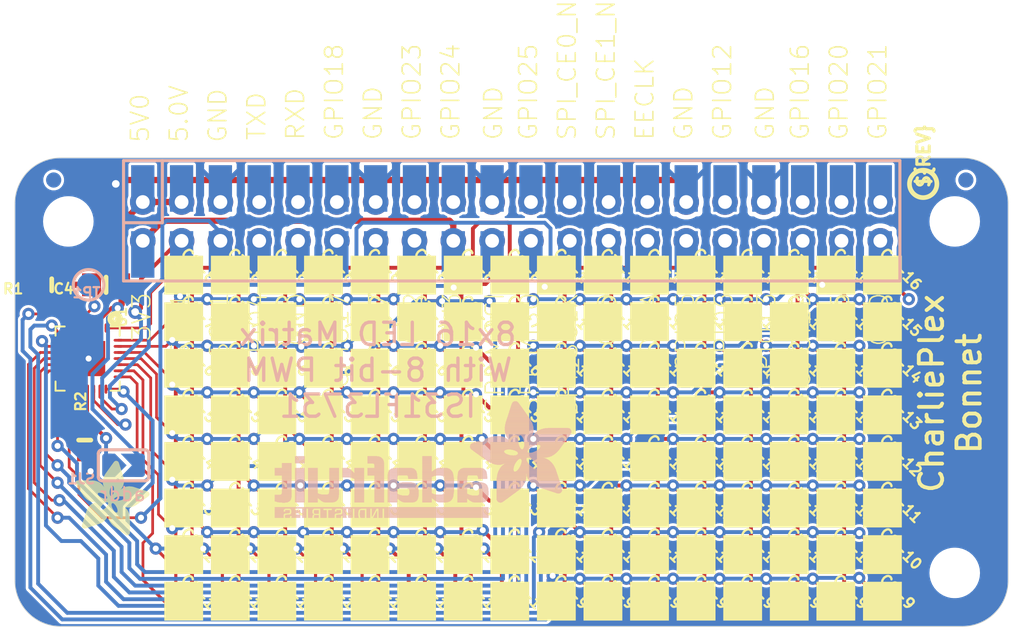
<source format=kicad_pcb>
(kicad_pcb (version 20221018) (generator pcbnew)
  (layers (0 "F.Cu" signal) (31 "B.Cu" signal) (34 "B.Paste" user) (35 "F.Paste" user) (36 "B.SilkS" user "B.Silkscreen") (37 "F.SilkS" user "F.Silkscreen") (38 "B.Mask" user) (39 "F.Mask" user) (44 "Edge.Cuts" user))
  (net 0 "")
  (net 1 "CA1")
  (net 2 "CA2")
  (net 3 "CA3")
  (net 4 "CA4")
  (net 5 "CA5")
  (net 6 "CA6")
  (net 7 "CA7")
  (net 8 "CA8")
  (net 9 "CA9")
  (net 10 "CB2")
  (net 11 "CB3")
  (net 12 "CB4")
  (net 13 "CB5")
  (net 14 "CB6")
  (net 15 "CB7")
  (net 16 "CB8")
  (net 17 "CB9")
  (net 18 "CB1")
  (net 19 "GND")
  (net 20 "R_EXT")
  (net 21 "SDA")
  (net 22 "SCL")
  (net 23 "INTB")
  (net 24 "ADDR")
  (net 25 "3.3V")
  (net 26 "5.0V")
  (footprint "working:CHIPLED_0603_NOOUTLINE" (layer "F.Cu") (at 127.0628 109.5896 -135)
    (fp_text reference "C2-4")
    (fp_text value "")
  )
  (footprint "working:CHIPLED_0603_NOOUTLINE" (layer "F.Cu") (at 169.7348 100.4456 -135)
    (fp_text reference "C8-15")
    (fp_text value "")
  )
  (footprint "working:CHIPLED_0603_NOOUTLINE" (layer "F.Cu") (at 166.6868 109.5896 -135)
    (fp_text reference "C7-12")
    (fp_text value "")
  )
  (footprint "working:CHIPLED_0603_NOOUTLINE" (layer "F.Cu") (at 142.3028 97.3976 -135)
    (fp_text reference "C7-8")
    (fp_text value "")
  )
  (footprint "working:CHIPLED_0603_NOOUTLINE" (layer "F.Cu") (at 130.1108 97.3976 -135)
    (fp_text reference "C3-8")
    (fp_text value "")
  )
  (footprint "working:CHIPLED_0603_NOOUTLINE" (layer "F.Cu") (at 160.5908 103.4936 -135)
    (fp_text reference "C5-14")
    (fp_text value "")
  )
  (footprint "working:CHIPLED_0603_NOOUTLINE" (layer "F.Cu") (at 172.7828 112.6376 -135)
    (fp_text reference "C9-11")
    (fp_text value "")
  )
  (footprint "working:CHIPLED_0603_NOOUTLINE" (layer "F.Cu") (at 142.3028 100.4456 -135)
    (fp_text reference "C7-7")
    (fp_text value "")
  )
  (footprint "working:CHIPLED_0603_NOOUTLINE" (layer "F.Cu") (at 136.2068 115.6856 -135)
    (fp_text reference "C5-2")
    (fp_text value "")
  )
  (footprint "working:CHIPLED_0603_NOOUTLINE" (layer "F.Cu") (at 139.2548 109.5896 -135)
    (fp_text reference "C6-4")
    (fp_text value "")
  )
  (footprint "working:CHIPLED_0603_NOOUTLINE" (layer "F.Cu") (at 142.3028 103.4936 -135)
    (fp_text reference "C7-6")
    (fp_text value "")
  )
  (footprint "working:CHIPLED_0603_NOOUTLINE" (layer "F.Cu") (at 148.3988 109.5896 -135)
    (fp_text reference "C9-4")
    (fp_text value "")
  )
  (footprint "working:CHIPLED_0603_NOOUTLINE" (layer "F.Cu") (at 139.2548 115.6856 -135)
    (fp_text reference "C6-2")
    (fp_text value "")
  )
  (footprint "working:CHIPLED_0603_NOOUTLINE" (layer "F.Cu") (at 157.5428 109.5896 -135)
    (fp_text reference "C4-12")
    (fp_text value "")
  )
  (footprint "working:FIDUCIAL_1MM" (layer "F.Cu") (at 178.8661 111.6978)
    (fp_text reference "FID3" hide)
    (fp_text value "FIDUCIAL_1MM" hide)
  )
  (footprint "working:CHIPLED_0603_NOOUTLINE" (layer "F.Cu") (at 172.7828 106.5416 -135)
    (fp_text reference "C9-13")
    (fp_text value "")
  )
  (footprint "working:CHIPLED_0603_NOOUTLINE" (layer "F.Cu") (at 136.2068 100.4456 -135)
    (fp_text reference "C5-7")
    (fp_text value "")
  )
  (footprint "working:CHIPLED_0603_NOOUTLINE" (layer "F.Cu") (at 142.3028 106.5416 -135)
    (fp_text reference "C7-5")
    (fp_text value "")
  )
  (footprint "working:CHIPLED_0603_NOOUTLINE" (layer "F.Cu") (at 133.1588 118.7336 -135)
    (fp_text reference "C4-1")
    (fp_text value "")
  )
  (footprint "working:CHIPLED_0603_NOOUTLINE" (layer "F.Cu") (at 160.5908 100.4456 -135)
    (fp_text reference "C5-15")
    (fp_text value "")
  )
  (footprint "working:CHIPLED_0603_NOOUTLINE" (layer "F.Cu") (at 130.1108 112.6376 -135)
    (fp_text reference "C3-3")
    (fp_text value "")
  )
  (footprint "working:CHIPLED_0603_NOOUTLINE" (layer "F.Cu") (at 136.2068 106.5416 -135)
    (fp_text reference "C5-5")
    (fp_text value "")
  )
  (footprint "working:CHIPLED_0603_NOOUTLINE" (layer "F.Cu") (at 127.0628 106.5416 -135)
    (fp_text reference "C2-5")
    (fp_text value "")
  )
  (footprint "working:CHIPLED_0603_NOOUTLINE" (layer "F.Cu") (at 127.0628 118.7336 -135)
    (fp_text reference "C2-1")
    (fp_text value "")
  )
  (footprint "working:CHIPLED_0603_NOOUTLINE" (layer "F.Cu") (at 154.4948 112.6376 -135)
    (fp_text reference "C3-11")
    (fp_text value "")
  )
  (footprint "working:CHIPLED_0603_NOOUTLINE" (layer "F.Cu") (at 148.3988 115.6856 -135)
    (fp_text reference "C9-2")
    (fp_text value "")
  )
  (footprint "working:CHIPLED_0603_NOOUTLINE" (layer "F.Cu") (at 172.7828 115.6856 -135)
    (fp_text reference "C9-10")
    (fp_text value "")
  )
  (footprint "working:QFN28_4MM_0.4MM" (layer "F.Cu") (at 120.7636 102.8078 -90)
    (fp_text reference "U1")
    (fp_text value "IS31FL3731-SALS2")
  )
  (footprint "working:CHIPLED_0603_NOOUTLINE" (layer "F.Cu") (at 127.0628 112.6376 -135)
    (fp_text reference "C2-3")
    (fp_text value "")
  )
  (footprint "working:CHIPLED_0603_NOOUTLINE" (layer "F.Cu") (at 172.7828 97.3976 -135)
    (fp_text reference "C9-16")
    (fp_text value "")
  )
  (footprint "working:CHIPLED_0603_NOOUTLINE" (layer "F.Cu") (at 142.3028 115.6856 -135)
    (fp_text reference "C7-2")
    (fp_text value "")
  )
  (footprint "working:CHIPLED_0603_NOOUTLINE" (layer "F.Cu") (at 139.2548 118.7336 -135)
    (fp_text reference "C6-1")
    (fp_text value "")
  )
  (footprint "working:CHIPLED_0603_NOOUTLINE" (layer "F.Cu") (at 139.2548 97.3976 -135)
    (fp_text reference "C6-8")
    (fp_text value "")
  )
  (footprint "working:CHIPLED_0603_NOOUTLINE" (layer "F.Cu") (at 130.1108 106.5416 -135)
    (fp_text reference "C3-5")
    (fp_text value "")
  )
  (footprint "working:CHIPLED_0603_NOOUTLINE" (layer "F.Cu") (at 163.6388 106.5416 -135)
    (fp_text reference "C6-13")
    (fp_text value "")
  )
  (footprint "working:CHIPLED_0603_NOOUTLINE" (layer "F.Cu") (at 148.3988 112.6376 -135)
    (fp_text reference "C9-3")
    (fp_text value "")
  )
  (footprint "working:CHIPLED_0603_NOOUTLINE" (layer "F.Cu") (at 133.1588 103.4936 -135)
    (fp_text reference "C4-6")
    (fp_text value "")
  )
  (footprint "working:FIDUCIAL_1MM" (layer "F.Cu") (at 117.3346 96.0133)
    (fp_text reference "FID1" hide)
    (fp_text value "FIDUCIAL_1MM" hide)
  )
  (footprint "working:CHIPLED_0603_NOOUTLINE" (layer "F.Cu") (at 145.3508 106.5416 -135)
    (fp_text reference "C8-5")
    (fp_text value "")
  )
  (footprint "working:CHIPLED_0603_NOOUTLINE" (layer "F.Cu") (at 169.7348 109.5896 -135)
    (fp_text reference "C8-12")
    (fp_text value "")
  )
  (footprint "working:CHIPLED_0603_NOOUTLINE" (layer "F.Cu") (at 136.2068 118.7336 -135)
    (fp_text reference "C5-1")
    (fp_text value "")
  )
  (footprint "working:CHIPLED_0603_NOOUTLINE" (layer "F.Cu") (at 154.4948 97.3976 -135)
    (fp_text reference "C3-16")
    (fp_text value "")
  )
  (footprint "working:ADAFRUIT_5MM" (layer "F.Cu") (at 119.9381 114.3648)
    (fp_text reference "U$1" hide)
    (fp_text value "" hide)
  )
  (footprint "working:CHIPLED_0603_NOOUTLINE" (layer "F.Cu") (at 136.2068 103.4936 -135)
    (fp_text reference "C5-6")
    (fp_text value "")
  )
  (footprint "working:CHIPLED_0603_NOOUTLINE" (layer "F.Cu") (at 133.1588 112.6376 -135)
    (fp_text reference "C4-3")
    (fp_text value "")
  )
  (footprint "working:CHIPLED_0603_NOOUTLINE" (layer "F.Cu") (at 157.5428 112.6376 -135)
    (fp_text reference "C4-11")
    (fp_text value "")
  )
  (footprint "working:CHIPLED_0603_NOOUTLINE" (layer "F.Cu") (at 163.6388 112.6376 -135)
    (fp_text reference "C6-11")
    (fp_text value "")
  )
  (footprint "working:CHIPLED_0603_NOOUTLINE" (layer "F.Cu") (at 160.5908 97.3976 -135)
    (fp_text reference "C5-16")
    (fp_text value "")
  )
  (footprint "working:CHIPLED_0603_NOOUTLINE" (layer "F.Cu") (at 163.6388 103.4936 -135)
    (fp_text reference "C6-14")
    (fp_text value "")
  )
  (footprint "working:CHIPLED_0603_NOOUTLINE" (layer "F.Cu") (at 127.0628 97.3976 -135)
    (fp_text reference "C2-8")
    (fp_text value "")
  )
  (footprint "working:CHIPLED_0603_NOOUTLINE" (layer "F.Cu") (at 172.7828 103.4936 -135)
    (fp_text reference "C9-14")
    (fp_text value "")
  )
  (footprint "working:CHIPLED_0603_NOOUTLINE" (layer "F.Cu") (at 172.7828 100.4456 -135)
    (fp_text reference "C9-15")
    (fp_text value "")
  )
  (footprint "working:CHIPLED_0603_NOOUTLINE" (layer "F.Cu") (at 157.5428 106.5416 -135)
    (fp_text reference "C4-13")
    (fp_text value "")
  )
  (footprint "working:CHIPLED_0603_NOOUTLINE" (layer "F.Cu") (at 160.5908 115.6856 -135)
    (fp_text reference "C5-10")
    (fp_text value "")
  )
  (footprint "working:CHIPLED_0603_NOOUTLINE" (layer "F.Cu") (at 163.6388 118.7336 -135)
    (fp_text reference "C6-9")
    (fp_text value "")
  )
  (footprint "working:CHIPLED_0603_NOOUTLINE" (layer "F.Cu") (at 166.6868 118.7336 -135)
    (fp_text reference "C7-9")
    (fp_text value "")
  )
  (footprint "working:CHIPLED_0603_NOOUTLINE" (layer "F.Cu") (at 133.1588 109.5896 -135)
    (fp_text reference "C4-4")
    (fp_text value "")
  )
  (footprint "working:CHIPLED_0603_NOOUTLINE" (layer "F.Cu") (at 157.5428 118.7336 -135)
    (fp_text reference "C4-9")
    (fp_text value "")
  )
  (footprint "working:CHIPLED_0603_NOOUTLINE" (layer "F.Cu") (at 169.7348 118.7336 -135)
    (fp_text reference "C8-9")
    (fp_text value "")
  )
  (footprint "working:CHIPLED_0603_NOOUTLINE" (layer "F.Cu") (at 166.6868 100.4456 -135)
    (fp_text reference "C7-15")
    (fp_text value "")
  )
  (footprint "working:CHIPLED_0603_NOOUTLINE" (layer "F.Cu") (at 166.6868 103.4936 -135)
    (fp_text reference "C7-14")
    (fp_text value "")
  )
  (footprint "working:CHARLIE_BONNET_GRID" (layer "F.Cu") (at 125.7801 119.9528)
    (fp_text reference "U$13" hide)
    (fp_text value "" hide)
  )
  (footprint "working:CHIPLED_0603_NOOUTLINE" (layer "F.Cu") (at 145.3508 97.3976 -135)
    (fp_text reference "C8-8")
    (fp_text value "")
  )
  (footprint "working:CHIPLED_0603_NOOUTLINE" (layer "F.Cu") (at 151.4468 109.5896 -135)
    (fp_text reference "C2-12")
    (fp_text value "")
  )
  (footprint "working:CHIPLED_0603_NOOUTLINE" (layer "F.Cu") (at 166.6868 115.6856 -135)
    (fp_text reference "C7-10")
    (fp_text value "")
  )
  (footprint "working:CHIPLED_0603_NOOUTLINE" (layer "F.Cu") (at 139.2548 106.5416 -135)
    (fp_text reference "C6-5")
    (fp_text value "")
  )
  (footprint "working:CHIPLED_0603_NOOUTLINE" (layer "F.Cu") (at 166.6868 106.5416 -135)
    (fp_text reference "C7-13")
    (fp_text value "")
  )
  (footprint "working:CHIPLED_0603_NOOUTLINE" (layer "F.Cu") (at 127.0628 100.4456 -135)
    (fp_text reference "C2-7")
    (fp_text value "")
  )
  (footprint "working:CHIPLED_0603_NOOUTLINE" (layer "F.Cu") (at 145.3508 109.5896 -135)
    (fp_text reference "C8-4")
    (fp_text value "")
  )
  (footprint "working:CHIPLED_0603_NOOUTLINE" (layer "F.Cu") (at 142.3028 109.5896 -135)
    (fp_text reference "C7-4")
    (fp_text value "")
  )
  (footprint "working:CHIPLED_0603_NOOUTLINE" (layer "F.Cu") (at 154.4948 106.5416 -135)
    (fp_text reference "C3-13")
    (fp_text value "")
  )
  (footprint "working:CHIPLED_0603_NOOUTLINE" (layer "F.Cu") (at 136.2068 97.3976 -135)
    (fp_text reference "C5-8")
    (fp_text value "")
  )
  (footprint "working:CHIPLED_0603_NOOUTLINE" (layer "F.Cu") (at 157.5428 103.4936 -135)
    (fp_text reference "C4-14")
    (fp_text value "")
  )
  (footprint "working:CHIPLED_0603_NOOUTLINE" (layer "F.Cu") (at 169.7348 97.3976 -135)
    (fp_text reference "C8-16")
    (fp_text value "")
  )
  (footprint "working:CHIPLED_0603_NOOUTLINE" (layer "F.Cu") (at 130.1108 103.4936 -135)
    (fp_text reference "C3-6")
    (fp_text value "")
  )
  (footprint "working:CHIPLED_0603_NOOUTLINE" (layer "F.Cu") (at 163.6388 115.6856 -135)
    (fp_text reference "C6-10")
    (fp_text value "")
  )
  (footprint "working:FIDUCIAL_1MM" (layer "F.Cu") (at 178.7391 98.4898)
    (fp_text reference "FID2" hide)
    (fp_text value "FIDUCIAL_1MM" hide)
  )
  (footprint "working:CHIPLED_0603_NOOUTLINE" (layer "F.Cu") (at 145.3508 100.4456 -135)
    (fp_text reference "C8-7")
    (fp_text value "")
  )
  (footprint "working:CHIPLED_0603_NOOUTLINE" (layer "F.Cu") (at 145.3508 103.4936 -135)
    (fp_text reference "C8-6")
    (fp_text value "")
  )
  (footprint "working:CHIPLED_0603_NOOUTLINE" (layer "F.Cu") (at 160.5908 109.5896 -135)
    (fp_text reference "C5-12")
    (fp_text value "")
  )
  (footprint "working:CHIPLED_0603_NOOUTLINE" (layer "F.Cu") (at 142.3028 118.7336 -135)
    (fp_text reference "C7-1")
    (fp_text value "")
  )
  (footprint "working:CHIPLED_0603_NOOUTLINE" (layer "F.Cu") (at 145.3508 112.6376 -135)
    (fp_text reference "C8-3")
    (fp_text value "")
  )
  (footprint "working:CHIPLED_0603_NOOUTLINE" (layer "F.Cu") (at 160.5908 118.7336 -135)
    (fp_text reference "C5-9")
    (fp_text value "")
  )
  (footprint "working:CHIPLED_0603_NOOUTLINE" (layer "F.Cu") (at 169.7348 115.6856 -135)
    (fp_text reference "C8-10")
    (fp_text value "")
  )
  (footprint "working:CHIPLED_0603_NOOUTLINE" (layer "F.Cu") (at 166.6868 97.3976 -135)
    (fp_text reference "C7-16")
    (fp_text value "")
  )
  (footprint "working:CHIPLED_0603_NOOUTLINE" (layer "F.Cu") (at 151.4468 106.5416 -135)
    (fp_text reference "C2-13")
    (fp_text value "")
  )
  (footprint "working:CHIPLED_0603_NOOUTLINE" (layer "F.Cu") (at 169.7348 112.6376 -135)
    (fp_text reference "C8-11")
    (fp_text value "")
  )
  (footprint "working:CHIPLED_0603_NOOUTLINE" (layer "F.Cu") (at 151.4468 115.6856 -135)
    (fp_text reference "C2-10")
    (fp_text value "")
  )
  (footprint "working:CHIPLED_0603_NOOUTLINE" (layer "F.Cu") (at 172.7828 118.7336 -135)
    (fp_text reference "C9-9")
    (fp_text value "")
  )
  (footprint "working:CHIPLED_0603_NOOUTLINE" (layer "F.Cu") (at 151.4468 103.4936 -135)
    (fp_text reference "C2-14")
    (fp_text value "")
  )
  (footprint "working:CHIPLED_0603_NOOUTLINE" (layer "F.Cu") (at 154.4948 118.7336 -135)
    (fp_text reference "C3-9")
    (fp_text value "")
  )
  (footprint "working:0805-NO" (layer "F.Cu") (at 121.9701 97.9818 180)
    (fp_text reference "C4")
    (fp_text value "10uF")
  )
  (footprint "working:CHIPLED_0603_NOOUTLINE" (layer "F.Cu") (at 169.7348 106.5416 -135)
    (fp_text reference "C8-13")
    (fp_text value "")
  )
  (footprint "working:CHIPLED_0603_NOOUTLINE" (layer "F.Cu") (at 154.4948 100.4456 -135)
    (fp_text reference "C3-15")
    (fp_text value "")
  )
  (footprint "working:CHIPLED_0603_NOOUTLINE" (layer "F.Cu") (at 151.4468 118.7336 -135)
    (fp_text reference "C2-9")
    (fp_text value "")
  )
  (footprint "working:CHIPLED_0603_NOOUTLINE" (layer "F.Cu") (at 157.5428 97.3976 -135)
    (fp_text reference "C4-16")
    (fp_text value "")
  )
  (footprint "working:CHIPLED_0603_NOOUTLINE" (layer "F.Cu") (at 133.1588 97.3976 -135)
    (fp_text reference "C4-8")
    (fp_text value "")
  )
  (footprint "working:0603-NO" (layer "F.Cu") (at 118.4141 97.9818 180)
    (fp_text reference "R1")
    (fp_text value "10K")
  )
  (footprint "working:CHIPLED_0603_NOOUTLINE" (layer "F.Cu") (at 148.3988 118.7336 -135)
    (fp_text reference "C9-1")
    (fp_text value "")
  )
  (footprint "working:CHIPLED_0603_NOOUTLINE" (layer "F.Cu") (at 148.3988 100.4456 -135)
    (fp_text reference "C9-7")
    (fp_text value "")
  )
  (footprint "working:CHIPLED_0603_NOOUTLINE" (layer "F.Cu") (at 133.1588 100.4456 -135)
    (fp_text reference "C4-7")
    (fp_text value "")
  )
  (footprint "working:CHIPLED_0603_NOOUTLINE" (layer "F.Cu") (at 157.5428 115.6856 -135)
    (fp_text reference "C4-10")
    (fp_text value "")
  )
  (footprint "working:CHIPLED_0603_NOOUTLINE" (layer "F.Cu") (at 145.3508 115.6856 -135)
    (fp_text reference "C8-2")
    (fp_text value "")
  )
  (footprint "working:CHIPLED_0603_NOOUTLINE" (layer "F.Cu") (at 145.3508 118.7336 -135)
    (fp_text reference "C8-1")
    (fp_text value "")
  )
  (footprint "working:CHIPLED_0603_NOOUTLINE" (layer "F.Cu") (at 139.2548 103.4936 -135)
    (fp_text reference "C6-6")
    (fp_text value "")
  )
  (footprint "working:CHIPLED_0603_NOOUTLINE" (layer "F.Cu") (at 130.1108 109.5896 -135)
    (fp_text reference "C3-4")
    (fp_text value "")
  )
  (footprint "working:CHIPLED_0603_NOOUTLINE" (layer "F.Cu") (at 163.6388 100.4456 -135)
    (fp_text reference "C6-15")
    (fp_text value "")
  )
  (footprint "working:PCBFEAT-REV-040" (layer "F.Cu") (at 175.4371 91.3778 90)
    (fp_text reference "U$14" hide)
    (fp_text value "" hide)
  )
  (footprint "working:CHIPLED_0603_NOOUTLINE" (layer "F.Cu") (at 148.3988 103.4936 -135)
    (fp_text reference "C9-6")
    (fp_text value "")
  )
  (footprint "working:CHIPLED_0603_NOOUTLINE" (layer "F.Cu") (at 130.1108 115.6856 -135)
    (fp_text reference "C3-2")
    (fp_text value "")
  )
  (footprint "working:CHIPLED_0603_NOOUTLINE" (layer "F.Cu") (at 154.4948 115.6856 -135)
    (fp_text reference "C3-10")
    (fp_text value "")
  )
  (footprint "working:CHIPLED_0603_NOOUTLINE" (layer "F.Cu") (at 163.6388 109.5896 -135)
    (fp_text reference "C6-12")
    (fp_text value "")
  )
  (footprint "working:CHIPLED_0603_NOOUTLINE" (layer "F.Cu") (at 160.5908 106.5416 -135)
    (fp_text reference "C5-13")
    (fp_text value "")
  )
  (footprint "working:CHIPLED_0603_NOOUTLINE" (layer "F.Cu") (at 133.1588 115.6856 -135)
    (fp_text reference "C4-2")
    (fp_text value "")
  )
  (footprint "working:CHIPLED_0603_NOOUTLINE" (layer "F.Cu") (at 130.1108 118.7336 -135)
    (fp_text reference "C3-1")
    (fp_text value "")
  )
  (footprint "working:CHIPLED_0603_NOOUTLINE" (layer "F.Cu") (at 127.0628 103.4936 -135)
    (fp_text reference "C2-6")
    (fp_text value "")
  )
  (footprint "working:CHIPLED_0603_NOOUTLINE" (layer "F.Cu") (at 136.2068 109.5896 -135)
    (fp_text reference "C5-4")
    (fp_text value "")
  )
  (footprint "working:CHIPLED_0603_NOOUTLINE" (layer "F.Cu") (at 160.5908 112.6376 -135)
    (fp_text reference "C5-11")
    (fp_text value "")
  )
  (footprint "working:CHIPLED_0603_NOOUTLINE" (layer "F.Cu") (at 166.6868 112.6376 -135)
    (fp_text reference "C7-11")
    (fp_text value "")
  )
  (footprint "working:CHIPLED_0603_NOOUTLINE" (layer "F.Cu") (at 163.6388 97.3976 -135)
    (fp_text reference "C6-16")
    (fp_text value "")
  )
  (footprint "working:CHIPLED_0603_NOOUTLINE" (layer "F.Cu") (at 139.2548 100.4456 -135)
    (fp_text reference "C6-7")
    (fp_text value "")
  )
  (footprint "working:CHIPLED_0603_NOOUTLINE" (layer "F.Cu") (at 154.4948 109.5896 -135)
    (fp_text reference "C3-12")
    (fp_text value "")
  )
  (footprint "working:CHIPLED_0603_NOOUTLINE" (layer "F.Cu") (at 142.3028 112.6376 -135)
    (fp_text reference "C7-3")
    (fp_text value "")
  )
  (footprint "working:CHIPLED_0603_NOOUTLINE" (layer "F.Cu") (at 127.0628 115.6856 -135)
    (fp_text reference "C2-2")
    (fp_text value "")
  )
  (footprint "working:CHIPLED_0603_NOOUTLINE" (layer "F.Cu") (at 169.7348 103.4936 -135)
    (fp_text reference "C8-14")
    (fp_text value "")
  )
  (footprint "working:CHIPLED_0603_NOOUTLINE" (layer "F.Cu") (at 172.7828 109.5896 -135)
    (fp_text reference "C9-12")
    (fp_text value "")
  )
  (footprint "working:0603-NO" (layer "F.Cu") (at 120.5731 108.1418 90)
    (fp_text reference "R2")
    (fp_text value "10K")
  )
  (footprint "working:CHIPLED_0603_NOOUTLINE" (layer "F.Cu") (at 151.4468 112.6376 -135)
    (fp_text reference "C2-11")
    (fp_text value "")
  )
  (footprint "working:CHIPLED_0603_NOOUTLINE" (layer "F.Cu") (at 151.4468 97.3976 -135)
    (fp_text reference "C2-16")
    (fp_text value "")
  )
  (footprint "working:CHIPLED_0603_NOOUTLINE" (layer "F.Cu") (at 133.1588 106.5416 -135)
    (fp_text reference "C4-5")
    (fp_text value "")
  )
  (footprint "working:CHIPLED_0603_NOOUTLINE" (layer "F.Cu") (at 148.3988 106.5416 -135)
    (fp_text reference "C9-5")
    (fp_text value "")
  )
  (footprint "working:CHIPLED_0603_NOOUTLINE" (layer "F.Cu") (at 151.4468 100.4456 -135)
    (fp_text reference "C2-15")
    (fp_text value "")
  )
  (footprint "working:CHIPLED_0603_NOOUTLINE" (layer "F.Cu") (at 136.2068 112.6376 -135)
    (fp_text reference "C5-3")
    (fp_text value "")
  )
  (footprint "working:CHIPLED_0603_NOOUTLINE" (layer "F.Cu") (at 139.2548 112.6376 -135)
    (fp_text reference "C6-3")
    (fp_text value "")
  )
  (footprint "working:PI_BONNET_THMSMT" (layer "F.Cu") (at 116.0011 120.3338)
    (fp_text reference "RPI1" hide)
    (fp_text value "RASPBERRYPI_BPLUS_BONNET_THMSMT" hide)
    (fp_line (start 0 -27.6604) (end 0 -3) (stroke (width 0.05)) (layer "Edge.Cuts"))
    (fp_line (start 3 0) (end 62 0) (stroke (width 0.05)) (layer "Edge.Cuts"))
    (fp_line (start 62 -30.6604) (end 3 -30.6604) (stroke (width 0.05)) (layer "Edge.Cuts"))
    (fp_line (start 65 -3) (end 65 -27.6604) (stroke (width 0.05)) (layer "Edge.Cuts"))
    (fp_arc (start 0 -27.6604) (mid 0.87868 -29.78172) (end 3 -30.6604) (stroke (width 0.05)) (layer "Edge.Cuts"))
    (fp_arc (start 3 0) (mid 0.87868 -0.87868) (end 0 -3) (stroke (width 0.05)) (layer "Edge.Cuts"))
    (fp_arc (start 62 -30.6604) (mid 64.12132 -29.78172) (end 65 -27.6604) (stroke (width 0.05)) (layer "Edge.Cuts"))
    (fp_arc (start 65 -3) (mid 64.12132 -0.87868) (end 62 0) (stroke (width 0.05)) (layer "Edge.Cuts"))
  )
  (footprint "working:CHIPLED_0603_NOOUTLINE" (layer "F.Cu") (at 130.1108 100.4456 -135)
    (fp_text reference "C3-7")
    (fp_text value "")
  )
  (footprint "working:CHIPLED_0603_NOOUTLINE" (layer "F.Cu") (at 148.3988 97.3976 -135)
    (fp_text reference "C9-8")
    (fp_text value "")
  )
  (footprint "working:CHIPLED_0603_NOOUTLINE" (layer "F.Cu") (at 154.4948 103.4936 -135)
    (fp_text reference "C3-14")
    (fp_text value "")
  )
  (footprint "working:CHIPLED_0603_NOOUTLINE" (layer "F.Cu") (at 157.5428 100.4456 -135)
    (fp_text reference "C4-15")
    (fp_text value "")
  )
  (footprint "working:TESTPOINT_ROUND_1.5MM" (layer "B.Cu") (at 120.8271 97.9818 180)
    (fp_text reference "TP1")
    (fp_text value "")
  )
  (footprint "working:ADAFRUIT_TEXT_20MM" (layer "B.Cu") (at 152.5771 113.2218 180)
    (fp_text reference "U$2" hide)
    (fp_text value "" hide)
  )
  (footprint "working:SOLDERJUMPER_ARROW_NOPASTE" (layer "B.Cu") (at 123.1131 109.7928)
    (fp_text reference "SJ1")
    (fp_text value "")
  )
  (gr_circle (center 127.0501 97.423) (end 127.1771 97.423) (stroke (width 0.254)) (fill none) (layer "F.SilkS"))
  (gr_circle (center 151.4341 97.423) (end 151.5611 97.423) (stroke (width 0.254)) (fill none) (layer "F.SilkS"))
  (gr_text "8x16 LED Matrix\nWith 8-bit PWM\nIS31FL3731" (at 139.7501 103.5698) (layer "B.SilkS") (effects (font (size 1.458468 1.458468) (thickness 0.217932)) (justify mirror)))
  (gr_text "addr" (at 124.6371 112.2058) (layer "B.SilkS") (effects (font (size 0.89408 0.89408) (thickness 0.12192)) (justify left bottom mirror)))
  (gr_text "CharliePlex\nBonnet" (at 177.2151 105.0938 90) (layer "F.SilkS") (effects (font (size 1.52908 1.52908) (thickness 0.24892))))
  (segment (start 121.9636 104.8078) (end 122.9541 104.8078) (width 0.1778) (layer "F.Cu") (net 1))
  (segment (start 126.532468 118.203272) (end 126.532468 116.552269) (width 0.2032) (layer "F.Cu") (net 1))
  (segment (start 132.628468 118.203272) (end 132.628468 116.488769) (width 0.2032) (layer "F.Cu") (net 1))
  (segment (start 141.772468 116.488769) (end 140.5248 115.2411) (width 0.254) (layer "F.Cu") (net 1))
  (segment (start 129.580468 116.488769) (end 128.3328 115.2411) (width 0.2032) (layer "F.Cu") (net 1))
  (segment (start 144.820468 116.425269) (end 143.6363 115.2411) (width 0.254) (layer "F.Cu") (net 1))
  (segment (start 147.868468 116.425269) (end 146.6843 115.2411) (width 0.254) (layer "F.Cu") (net 1))
  (segment (start 144.820468 118.203272) (end 144.820468 116.425269) (width 0.254) (layer "F.Cu") (net 1))
  (segment (start 138.724468 118.203272) (end 138.724468 116.488769) (width 0.2032) (layer "F.Cu") (net 1))
  (segment (start 135.676468 116.488769) (end 134.4288 115.2411) (width 0.2032) (layer "F.Cu") (net 1))
  (segment (start 129.580468 118.203272) (end 129.580468 116.488769) (width 0.2032) (layer "F.Cu") (net 1))
  (segment (start 122.9541 104.8078) (end 123.1131 104.9668) (width 0.1778) (layer "F.Cu") (net 1))
  (segment (start 138.724468 116.488769) (end 137.4768 115.2411) (width 0.2032) (layer "F.Cu") (net 1))
  (segment (start 147.868468 118.203272) (end 147.868468 116.425269) (width 0.254) (layer "F.Cu") (net 1))
  (segment (start 126.532468 116.552269) (end 125.2213 115.2411) (width 0.2032) (layer "F.Cu") (net 1))
  (segment (start 135.676468 118.203272) (end 135.676468 116.488769) (width 0.2032) (layer "F.Cu") (net 1))
  (segment (start 132.628468 116.488769) (end 131.3808 115.2411) (width 0.2032) (layer "F.Cu") (net 1))
  (segment (start 141.772468 118.203272) (end 141.772468 116.488769) (width 0.254) (layer "F.Cu") (net 1))
  (via (at 143.6363 115.2411) (size 0.8001) (drill 0.3937) (layers "F.Cu" "B.Cu") (net 1))
  (via (at 137.4768 115.2411) (size 0.8001) (drill 0.3937) (layers "F.Cu" "B.Cu") (net 1))
  (via (at 125.2213 115.2411) (size 0.8001) (drill 0.3937) (layers "F.Cu" "B.Cu") (net 1))
  (via (at 123.1131 104.9668) (size 0.8001) (drill 0.3937) (layers "F.Cu" "B.Cu") (net 1))
  (via (at 134.4288 115.2411) (size 0.8001) (drill 0.3937) (layers "F.Cu" "B.Cu") (net 1))
  (via (at 128.3328 115.2411) (size 0.8001) (drill 0.3937) (layers "F.Cu" "B.Cu") (net 1))
  (via (at 140.5248 115.2411) (size 0.8001) (drill 0.3937) (layers "F.Cu" "B.Cu") (net 1))
  (via (at 146.6843 115.2411) (size 0.8001) (drill 0.3937) (layers "F.Cu" "B.Cu") (net 1))
  (via (at 131.3808 115.2411) (size 0.8001) (drill 0.3937) (layers "F.Cu" "B.Cu") (net 1))
  (segment (start 134.4288 115.2411) (end 137.4768 115.2411) (width 0.254) (layer "B.Cu") (net 1))
  (segment (start 125.0181 110.9358) (end 123.3671 112.5868) (width 0.254) (layer "B.Cu") (net 1))
  (segment (start 123.3671 113.3869) (end 125.2213 115.2411) (width 0.254) (layer "B.Cu") (net 1))
  (segment (start 146.6843 115.2411) (end 143.6363 115.2411) (width 0.254) (layer "B.Cu") (net 1))
  (segment (start 128.3328 115.2411) (end 131.3808 115.2411) (width 0.254) (layer "B.Cu") (net 1))
  (segment (start 123.3671 112.5868) (end 123.3671 113.3869) (width 0.254) (layer "B.Cu") (net 1))
  (segment (start 123.1131 104.9668) (end 125.0181 106.8718) (width 0.254) (layer "B.Cu") (net 1))
  (segment (start 140.5248 115.2411) (end 143.6363 115.2411) (width 0.254) (layer "B.Cu") (net 1))
  (segment (start 125.2213 115.2411) (end 128.3328 115.2411) (width 0.254) (layer "B.Cu") (net 1))
  (segment (start 131.3808 115.2411) (end 134.4288 115.2411) (width 0.254) (layer "B.Cu") (net 1))
  (segment (start 137.4768 115.2411) (end 140.5248 115.2411) (width 0.254) (layer "B.Cu") (net 1))
  (segment (start 125.0181 106.8718) (end 125.0181 110.9358) (width 0.254) (layer "B.Cu") (net 1))
  (segment (start 124.0021 109.6658) (end 125.0181 110.6818) (width 0.1778) (layer "F.Cu") (net 2))
  (segment (start 127.593128 116.215932) (end 127.593128 113.167932) (width 0.2032) (layer "F.Cu") (net 2))
  (segment (start 127.593128 119.263932) (end 127.593128 116.215932) (width 0.254) (layer "F.Cu") (net 2))
  (segment (start 135.676468 115.155272) (end 135.676468 114.964769) (width 0.254) (layer "F.Cu") (net 2))
  (segment (start 127.593128 110.119932) (end 127.593128 107.071932) (width 0.254) (layer "F.Cu") (net 2))
  (segment (start 127.285259 119.5718) (end 127.593128 119.263932) (width 0.1778) (layer "F.Cu") (net 2))
  (segment (start 124.3831 117.2858) (end 126.6691 119.5718) (width 0.2032) (layer "F.Cu") (net 2))
  (segment (start 127.593128 107.071932) (end 127.593128 104.023932) (width 0.254) (layer "F.Cu") (net 2))
  (segment (start 141.772468 115.155272) (end 140.7788 114.1616) (width 0.254) (layer "F.Cu") (net 2))
  (segment (start 126.6691 119.5718) (end 127.285259 119.5718) (width 0.1778) (layer "F.Cu") (net 2))
  (segment (start 128.5868 114.1616) (end 129.580468 115.155272) (width 0.254) (layer "F.Cu") (net 2))
  (segment (start 128.586796 114.1616) (end 127.593128 113.167932) (width 0.2032) (layer "F.Cu") (net 2))
  (segment (start 147.741471 115.155272) (end 146.6208 114.0346) (width 0.254) (layer "F.Cu") (net 2))
  (segment (start 127.593128 113.167932) (end 127.593128 110.119932) (width 0.254) (layer "F.Cu") (net 2))
  (segment (start 138.724468 115.155272) (end 137.7308 114.1616) (width 0.254) (layer "F.Cu") (net 2))
  (segment (start 125.0181 114.2378) (end 124.3831 114.8728) (width 0.1778) (layer "F.Cu") (net 2))
  (segment (start 127.593128 104.023932) (end 127.593128 100.975932) (width 0.254) (layer "F.Cu") (net 2))
  (segment (start 144.820468 115.155272) (end 143.8268 114.1616) (width 0.254) (layer "F.Cu") (net 2))
  (segment (start 135.676468 114.964769) (end 134.8733 114.1616) (width 0.254) (layer "F.Cu") (net 2))
  (segment (start 125.0181 110.6818) (end 125.0181 114.2378) (width 0.1778) (layer "F.Cu") (net 2))
  (segment (start 147.868468 115.155272) (end 147.741471 115.155272) (width 0.254) (layer "F.Cu") (net 2))
  (segment (start 122.7636 104.0078) (end 123.5511 104.0078) (width 0.1778) (layer "F.Cu") (net 2))
  (segment (start 127.593128 100.975932) (end 127.593128 97.927932) (width 0.254) (layer "F.Cu") (net 2))
  (segment (start 123.5511 104.0078) (end 124.0021 104.4588) (width 0.1778) (layer "F.Cu") (net 2))
  (segment (start 124.0021 104.4588) (end 124.0021 109.6658) (width 0.1778) (layer "F.Cu") (net 2))
  (segment (start 124.3831 114.8728) (end 124.3831 117.1588) (width 0.1778) (layer "F.Cu") (net 2))
  (segment (start 128.5868 114.1616) (end 128.586796 114.1616) (width 0.2032) (layer "F.Cu") (net 2))
  (segment (start 132.628468 115.155272) (end 131.6348 114.1616) (width 0.254) (layer "F.Cu") (net 2))
  (segment (start 124.3831 117.1588) (end 124.3831 117.2858) (width 0.2032) (layer "F.Cu") (net 2))
  (via (at 131.6348 114.1616) (size 0.8001) (drill 0.3937) (layers "F.Cu" "B.Cu") (net 2))
  (via (at 140.7788 114.1616) (size 0.8001) (drill 0.3937) (layers "F.Cu" "B.Cu") (net 2))
  (via (at 134.8733 114.1616) (size 0.8001) (drill 0.3937) (layers "F.Cu" "B.Cu") (net 2))
  (via (at 146.6208 114.0346) (size 0.8001) (drill 0.3937) (layers "F.Cu" "B.Cu") (net 2))
  (via (at 137.7308 114.1616) (size 0.8001) (drill 0.3937) (layers "F.Cu" "B.Cu") (net 2))
  (via (at 143.8268 114.1616) (size 0.8001) (drill 0.3937) (layers "F.Cu" "B.Cu") (net 2))
  (via (at 128.5868 114.1616) (size 0.8001) (drill 0.3937) (layers "F.Cu" "B.Cu") (net 2))
  (segment (start 131.6348 114.1616) (end 134.8733 114.1616) (width 0.254) (layer "B.Cu") (net 2))
  (segment (start 143.8268 114.1616) (end 143.572937 114.1616) (width 0.254) (layer "B.Cu") (net 2))
  (segment (start 134.8733 114.1616) (end 137.7308 114.1616) (width 0.254) (layer "B.Cu") (net 2))
  (segment (start 143.572937 114.1616) (end 140.7788 114.1616) (width 0.254) (layer "B.Cu") (net 2))
  (segment (start 131.6348 114.1616) (end 128.5868 114.1616) (width 0.254) (layer "B.Cu") (net 2))
  (segment (start 143.8268 114.1616) (end 146.4938 114.1616) (width 0.254) (layer "B.Cu") (net 2))
  (segment (start 146.4938 114.1616) (end 146.6208 114.0346) (width 0.254) (layer "B.Cu") (net 2))
  (segment (start 140.7788 114.1616) (end 137.7308 114.1616) (width 0.254) (layer "B.Cu") (net 2))
  (segment (start 132.628468 112.107269) (end 131.6348 111.1136) (width 0.254) (layer "F.Cu") (net 3))
  (segment (start 131.634796 111.1136) (end 130.641128 110.119932) (width 0.254) (layer "F.Cu") (net 3))
  (segment (start 147.042971 112.107272) (end 146.1763 111.2406) (width 0.254) (layer "F.Cu") (net 3))
  (segment (start 130.641128 107.071932) (end 130.641128 104.023932) (width 0.254) (layer "F.Cu") (net 3))
  (segment (start 124.3831 109.4118) (end 125.3991 110.4278) (width 0.1778) (layer "F.Cu") (net 3))
  (segment (start 131.6348 111.1136) (end 131.634796 111.1136) (width 0.254) (layer "F.Cu") (net 3))
  (segment (start 125.3991 113.0059) (end 126.3008 113.9076) (width 0.1778) (layer "F.Cu") (net 3))
  (segment (start 124.3831 104.2048) (end 124.3831 109.4118) (width 0.1778) (layer "F.Cu") (net 3))
  (segment (start 130.641128 100.975932) (end 130.641128 97.927932) (width 0.254) (layer "F.Cu") (net 3))
  (segment (start 138.724468 112.107272) (end 137.7308 111.1136) (width 0.254) (layer "F.Cu") (net 3))
  (segment (start 130.641128 104.023932) (end 130.641128 100.975932) (width 0.254) (layer "F.Cu") (net 3))
  (segment (start 126.532468 114.139269) (end 126.3008 113.9076) (width 0.2032) (layer "F.Cu") (net 3))
  (segment (start 122.7636 103.6078) (end 123.7861 103.6078) (width 0.1778) (layer "F.Cu") (net 3))
  (segment (start 143.8268 111.1136) (end 144.820468 112.107272) (width 0.254) (layer "F.Cu") (net 3))
  (segment (start 130.641128 110.119932) (end 130.641128 107.071932) (width 0.254) (layer "F.Cu") (net 3))
  (segment (start 126.532468 115.155272) (end 126.532468 114.139269) (width 0.2032) (layer "F.Cu") (net 3))
  (segment (start 130.641128 119.263932) (end 130.641128 116.215932) (width 0.254) (layer "F.Cu") (net 3))
  (segment (start 147.868468 112.107272) (end 147.042971 112.107272) (width 0.254) (layer "F.Cu") (net 3))
  (segment (start 135.676468 112.107272) (end 134.6828 111.1136) (width 0.254) (layer "F.Cu") (net 3))
  (segment (start 123.7861 103.6078) (end 124.3831 104.2048) (width 0.1778) (layer "F.Cu") (net 3))
  (segment (start 130.641128 113.167932) (end 130.641128 110.119932) (width 0.254) (layer "F.Cu") (net 3))
  (segment (start 130.641128 116.215932) (end 130.641128 113.167932) (width 0.254) (layer "F.Cu") (net 3))
  (segment (start 132.628468 112.107272) (end 132.628468 112.107269) (width 0.254) (layer "F.Cu") (net 3))
  (segment (start 141.772468 112.107272) (end 140.7788 111.1136) (width 0.254) (layer "F.Cu") (net 3))
  (segment (start 125.3991 110.4278) (end 125.3991 113.0059) (width 0.1778) (layer "F.Cu") (net 3))
  (via (at 146.1763 111.2406) (size 0.8001) (drill 0.3937) (layers "F.Cu" "B.Cu") (net 3))
  (via (at 126.3008 113.9076) (size 0.8001) (drill 0.3937) (layers "F.Cu" "B.Cu") (net 3))
  (via (at 143.8268 111.1136) (size 0.8001) (drill 0.3937) (layers "F.Cu" "B.Cu") (net 3))
  (via (at 137.7308 111.1136) (size 0.8001) (drill 0.3937) (layers "F.Cu" "B.Cu") (net 3))
  (via (at 140.7788 111.1136) (size 0.8001) (drill 0.3937) (layers "F.Cu" "B.Cu") (net 3))
  (via (at 134.6828 111.1136) (size 0.8001) (drill 0.3937) (layers "F.Cu" "B.Cu") (net 3))
  (via (at 131.6348 111.1136) (size 0.8001) (drill 0.3937) (layers "F.Cu" "B.Cu") (net 3))
  (segment (start 129.9076 112.8408) (end 127.9391 112.8408) (width 0.254) (layer "B.Cu") (net 3))
  (segment (start 127.9391 112.8408) (end 126.8723 113.9076) (width 0.254) (layer "B.Cu") (net 3))
  (segment (start 131.6348 111.1136) (end 129.9076 112.8408) (width 0.254) (layer "B.Cu") (net 3))
  (segment (start 143.8268 111.1136) (end 146.0493 111.1136) (width 0.254) (layer "B.Cu") (net 3))
  (segment (start 134.6828 111.1136) (end 131.6348 111.1136) (width 0.254) (layer "B.Cu") (net 3))
  (segment (start 134.6828 111.1136) (end 137.7308 111.1136) (width 0.254) (layer "B.Cu") (net 3))
  (segment (start 137.7308 111.1136) (end 140.7788 111.1136) (width 0.254) (layer "B.Cu") (net 3))
  (segment (start 146.0493 111.1136) (end 146.1763 111.2406) (width 0.254) (layer "B.Cu") (net 3))
  (segment (start 126.8723 113.9076) (end 126.3008 113.9076) (width 0.254) (layer "B.Cu") (net 3))
  (segment (start 140.7788 111.1136) (end 143.8268 111.1136) (width 0.254) (layer "B.Cu") (net 3))
  (segment (start 147.550971 109.059272) (end 146.5573 108.0656) (width 0.254) (layer "F.Cu") (net 4))
  (segment (start 124.8911 104.0778) (end 124.8911 108.7768) (width 0.1778) (layer "F.Cu") (net 4))
  (segment (start 133.689128 104.023932) (end 133.689128 100.975932) (width 0.254) (layer "F.Cu") (net 4))
  (segment (start 133.689128 100.975932) (end 133.689128 97.927932) (width 0.254) (layer "F.Cu") (net 4))
  (segment (start 126.2881 110.1738) (end 126.2881 110.7199) (width 0.1778) (layer "F.Cu") (net 4))
  (segment (start 133.689128 113.167932) (end 133.689128 110.119932) (width 0.254) (layer "F.Cu") (net 4))
  (segment (start 126.532468 110.964269) (end 126.3008 110.7326) (width 0.254) (layer "F.Cu") (net 4))
  (segment (start 133.689128 116.215932) (end 133.689128 113.167932) (width 0.254) (layer "F.Cu") (net 4))
  (segment (start 124.0211 103.2078) (end 124.8911 104.0778) (width 0.1778) (layer "F.Cu") (net 4))
  (segment (start 143.8268 108.0656) (end 144.820468 109.059272) (width 0.254) (layer "F.Cu") (net 4))
  (segment (start 141.772468 109.059272) (end 140.7788 108.0656) (width 0.254) (layer "F.Cu") (net 4))
  (segment (start 133.689128 119.263932) (end 133.689128 116.215932) (width 0.254) (layer "F.Cu") (net 4))
  (segment (start 122.7636 103.2078) (end 124.0211 103.2078) (width 0.1778) (layer "F.Cu") (net 4))
  (segment (start 147.868468 109.059272) (end 147.550971 109.059272) (width 0.254) (layer "F.Cu") (net 4))
  (segment (start 126.532468 112.107272) (end 126.532468 110.964269) (width 0.254) (layer "F.Cu") (net 4))
  (segment (start 133.689128 107.071932) (end 133.689128 104.023932) (width 0.254) (layer "F.Cu") (net 4))
  (segment (start 133.689128 107.135429) (end 134.6193 108.0656) (width 0.254) (layer "F.Cu") (net 4))
  (segment (start 129.580468 112.107272) (end 128.5868 111.1136) (width 0.254) (layer "F.Cu") (net 4))
  (segment (start 133.689128 107.071932) (end 133.689128 107.135429) (width 0.254) (layer "F.Cu") (net 4))
  (segment (start 138.724468 109.059272) (end 137.7308 108.0656) (width 0.254) (layer "F.Cu") (net 4))
  (segment (start 135.676468 109.059272) (end 135.612971 109.059272) (width 0.254) (layer "F.Cu") (net 4))
  (segment (start 135.612971 109.059272) (end 134.6193 108.0656) (width 0.254) (layer "F.Cu") (net 4))
  (segment (start 126.2881 110.7199) (end 126.3008 110.7326) (width 0.1778) (layer "F.Cu") (net 4))
  (segment (start 124.8911 108.7768) (end 126.2881 110.1738) (width 0.1778) (layer "F.Cu") (net 4))
  (segment (start 133.689128 110.119932) (end 133.689128 107.071932) (width 0.254) (layer "F.Cu") (net 4))
  (via (at 134.6193 108.0656) (size 0.8001) (drill 0.3937) (layers "F.Cu" "B.Cu") (net 4))
  (via (at 146.5573 108.0656) (size 0.8001) (drill 0.3937) (layers "F.Cu" "B.Cu") (net 4))
  (via (at 137.7308 108.0656) (size 0.8001) (drill 0.3937) (layers "F.Cu" "B.Cu") (net 4))
  (via (at 143.8268 108.0656) (size 0.8001) (drill 0.3937) (layers "F.Cu" "B.Cu") (net 4))
  (via (at 126.3008 110.7326) (size 0.8001) (drill 0.3937) (layers "F.Cu" "B.Cu") (net 4))
  (via (at 140.7788 108.0656) (size 0.8001) (drill 0.3937) (layers "F.Cu" "B.Cu") (net 4))
  (via (at 128.5868 111.1136) (size 0.8001) (drill 0.3937) (layers "F.Cu" "B.Cu") (net 4))
  (segment (start 140.7788 108.0656) (end 143.8268 108.0656) (width 0.254) (layer "B.Cu") (net 4))
  (segment (start 129.8568 109.8436) (end 132.1428 109.8436) (width 0.254) (layer "B.Cu") (net 4))
  (segment (start 146.5573 108.0656) (end 143.8268 108.0656) (width 0.254) (layer "B.Cu") (net 4))
  (segment (start 126.6818 111.1136) (end 126.3008 110.7326) (width 0.254) (layer "B.Cu") (net 4))
  (segment (start 128.5868 111.1136) (end 129.8568 109.8436) (width 0.254) (layer "B.Cu") (net 4))
  (segment (start 133.9208 108.0656) (end 134.6193 108.0656) (width 0.254) (layer "B.Cu") (net 4))
  (segment (start 128.5868 111.1136) (end 126.6818 111.1136) (width 0.254) (layer "B.Cu") (net 4))
  (segment (start 137.7308 108.0656) (end 140.7788 108.0656) (width 0.254) (layer "B.Cu") (net 4))
  (segment (start 134.6193 108.0656) (end 137.7308 108.0656) (width 0.254) (layer "B.Cu") (net 4))
  (segment (start 132.1428 109.8436) (end 133.9208 108.0656) (width 0.254) (layer "B.Cu") (net 4))
  (segment (start 126.532468 109.059272) (end 126.532468 107.916269) (width 0.254) (layer "F.Cu") (net 5))
  (segment (start 136.737128 107.071932) (end 136.737128 104.023932) (width 0.254) (layer "F.Cu") (net 5))
  (segment (start 125.2721 103.8238) (end 125.2721 106.6559) (width 0.1778) (layer "F.Cu") (net 5))
  (segment (start 141.772468 106.011272) (end 140.7788 105.0176) (width 0.254) (layer "F.Cu") (net 5))
  (segment (start 143.8268 105.0176) (end 144.820468 106.011272) (width 0.254) (layer "F.Cu") (net 5))
  (segment (start 138.724468 106.011272) (end 137.7308 105.0176) (width 0.254) (layer "F.Cu") (net 5))
  (segment (start 136.737128 110.119932) (end 136.737128 107.071932) (width 0.254) (layer "F.Cu") (net 5))
  (segment (start 132.628468 109.059272) (end 131.6348 108.0656) (width 0.254) (layer "F.Cu") (net 5))
  (segment (start 136.737128 113.167932) (end 136.737128 116.215932) (width 0.254) (layer "F.Cu") (net 5))
  (segment (start 136.737128 116.215932) (end 136.737128 119.263932) (width 0.254) (layer "F.Cu") (net 5))
  (segment (start 125.2721 106.6559) (end 126.3008 107.6846) (width 0.1778) (layer "F.Cu") (net 5))
  (segment (start 122.7636 102.8078) (end 124.2561 102.8078) (width 0.1778) (layer "F.Cu") (net 5))
  (segment (start 126.532468 107.916269) (end 126.3008 107.6846) (width 0.254) (layer "F.Cu") (net 5))
  (segment (start 124.2561 102.8078) (end 125.2721 103.8238) (width 0.1778) (layer "F.Cu") (net 5))
  (segment (start 147.042971 106.011272) (end 146.1763 105.1446) (width 0.254) (layer "F.Cu") (net 5))
  (segment (start 136.737128 104.023932) (end 137.7308 105.0176) (width 0.254) (layer "F.Cu") (net 5))
  (segment (start 147.868468 106.011272) (end 147.042971 106.011272) (width 0.254) (layer "F.Cu") (net 5))
  (segment (start 136.737128 110.119932) (end 136.737128 113.167932) (width 0.254) (layer "F.Cu") (net 5))
  (segment (start 136.737131 110.119929) (end 136.737128 110.119932) (width 0.254) (layer "F.Cu") (net 5))
  (segment (start 128.5868 108.0656) (end 129.580468 109.059272) (width 0.254) (layer "F.Cu") (net 5))
  (segment (start 136.737128 97.927932) (end 136.737128 100.975932) (width 0.254) (layer "F.Cu") (net 5))
  (segment (start 136.737128 100.975932) (end 136.737128 104.023932) (width 0.254) (layer "F.Cu") (net 5))
  (via (at 131.6348 108.0656) (size 0.8001) (drill 0.3937) (layers "F.Cu" "B.Cu") (net 5))
  (via (at 140.7788 105.0176) (size 0.8001) (drill 0.3937) (layers "F.Cu" "B.Cu") (net 5))
  (via (at 137.7308 105.0176) (size 0.8001) (drill 0.3937) (layers "F.Cu" "B.Cu") (net 5))
  (via (at 146.1763 105.1446) (size 0.8001) (drill 0.3937) (layers "F.Cu" "B.Cu") (net 5))
  (via (at 143.8268 105.0176) (size 0.8001) (drill 0.3937) (layers "F.Cu" "B.Cu") (net 5))
  (via (at 128.5868 108.0656) (size 0.8001) (drill 0.3937) (layers "F.Cu" "B.Cu") (net 5))
  (via (at 126.3008 107.6846) (size 0.8001) (drill 0.3937) (layers "F.Cu" "B.Cu") (net 5))
  (segment (start 133.1588 106.5416) (end 135.4448 106.5416) (width 0.254) (layer "B.Cu") (net 5))
  (segment (start 140.7788 105.0176) (end 143.8268 105.0176) (width 0.254) (layer "B.Cu") (net 5))
  (segment (start 131.6348 108.0656) (end 128.5868 108.0656) (width 0.254) (layer "B.Cu") (net 5))
  (segment (start 143.8268 105.0176) (end 146.0493 105.0176) (width 0.254) (layer "B.Cu") (net 5))
  (segment (start 128.5868 108.0656) (end 126.6818 108.0656) (width 0.254) (layer "B.Cu") (net 5))
  (segment (start 146.0493 105.0176) (end 146.1763 105.1446) (width 0.254) (layer "B.Cu") (net 5))
  (segment (start 126.6818 108.0656) (end 126.3008 107.6846) (width 0.254) (layer "B.Cu") (net 5))
  (segment (start 131.6348 108.0656) (end 133.1588 106.5416) (width 0.254) (layer "B.Cu") (net 5))
  (segment (start 135.4448 106.5416) (end 136.9688 105.0176) (width 0.254) (layer "B.Cu") (net 5))
  (segment (start 137.7308 105.0176) (end 140.7788 105.0176) (width 0.254) (layer "B.Cu") (net 5))
  (segment (start 136.9688 105.0176) (end 137.7308 105.0176) (width 0.254) (layer "B.Cu") (net 5))
  (segment (start 139.785128 116.215932) (end 139.785128 113.167932) (width 0.254) (layer "F.Cu") (net 6))
  (segment (start 129.580468 106.011272) (end 128.5868 105.0176) (width 0.254) (layer "F.Cu") (net 6))
  (segment (start 126.532468 106.011272) (end 126.532468 104.741269) (width 0.254) (layer "F.Cu") (net 6))
  (segment (start 139.785128 100.975932) (end 140.7788 101.9696) (width 0.254) (layer "F.Cu") (net 6))
  (segment (start 139.785128 119.263932) (end 139.785128 116.215932) (width 0.254) (layer "F.Cu") (net 6))
  (segment (start 126.2881 104.2048) (end 126.2881 104.4969) (width 0.1778) (layer "F.Cu") (net 6))
  (segment (start 139.785128 104.023932) (end 139.785128 100.975932) (width 0.254) (layer "F.Cu") (net 6))
  (segment (start 139.785128 113.167932) (end 139.785128 110.119932) (width 0.254) (layer "F.Cu") (net 6))
  (segment (start 122.7636 102.4078) (end 124.4911 102.4078) (width 0.1778) (layer "F.Cu") (net 6))
  (segment (start 131.6348 105.0176) (end 132.628468 106.011272) (width 0.254) (layer "F.Cu") (net 6))
  (segment (start 135.612971 106.011272) (end 134.6193 105.0176) (width 0.254) (layer "F.Cu") (net 6))
  (segment (start 139.785128 107.071932) (end 139.785128 104.023932) (width 0.254) (layer "F.Cu") (net 6))
  (segment (start 135.676468 106.011272) (end 135.612971 106.011272) (width 0.254) (layer "F.Cu") (net 6))
  (segment (start 139.785128 110.119932) (end 139.785128 107.071932) (width 0.254) (layer "F.Cu") (net 6))
  (segment (start 124.4911 102.4078) (end 126.2881 104.2048) (width 0.1778) (layer "F.Cu") (net 6))
  (segment (start 147.042971 102.963272) (end 146.1763 102.0966) (width 0.254) (layer "F.Cu") (net 6))
  (segment (start 126.532468 104.741269) (end 126.3008 104.5096) (width 0.254) (layer "F.Cu") (net 6))
  (segment (start 126.2881 104.4969) (end 126.3008 104.5096) (width 0.1778) (layer "F.Cu") (net 6))
  (segment (start 141.772468 102.963272) (end 140.7788 101.9696) (width 0.254) (layer "F.Cu") (net 6))
  (segment (start 147.868468 102.963272) (end 147.042971 102.963272) (width 0.254) (layer "F.Cu") (net 6))
  (segment (start 139.785128 97.927932) (end 139.785128 100.975932) (width 0.254) (layer "F.Cu") (net 6))
  (segment (start 143.8268 101.9696) (end 144.820468 102.963272) (width 0.254) (layer "F.Cu") (net 6))
  (via (at 143.8268 101.9696) (size 0.8001) (drill 0.3937) (layers "F.Cu" "B.Cu") (net 6))
  (via (at 128.5868 105.0176) (size 0.8001) (drill 0.3937) (layers "F.Cu" "B.Cu") (net 6))
  (via (at 140.7788 101.9696) (size 0.8001) (drill 0.3937) (layers "F.Cu" "B.Cu") (net 6))
  (via (at 126.3008 104.5096) (size 0.8001) (drill 0.3937) (layers "F.Cu" "B.Cu") (net 6))
  (via (at 131.6348 105.0176) (size 0.8001) (drill 0.3937) (layers "F.Cu" "B.Cu") (net 6))
  (via (at 146.1763 102.0966) (size 0.8001) (drill 0.3937) (layers "F.Cu" "B.Cu") (net 6))
  (via (at 134.6193 105.0176) (size 0.8001) (drill 0.3937) (layers "F.Cu" "B.Cu") (net 6))
  (segment (start 135.8893 103.7476) (end 137.7308 103.7476) (width 0.254) (layer "B.Cu") (net 6))
  (segment (start 140.7788 101.9696) (end 143.8268 101.9696) (width 0.254) (layer "B.Cu") (net 6))
  (segment (start 134.6193 105.0176) (end 131.6348 105.0176) (width 0.254) (layer "B.Cu") (net 6))
  (segment (start 139.5088 101.9696) (end 140.7788 101.9696) (width 0.254) (layer "B.Cu") (net 6))
  (segment (start 137.7308 103.7476) (end 139.5088 101.9696) (width 0.254) (layer "B.Cu") (net 6))
  (segment (start 143.8268 101.9696) (end 146.0493 101.9696) (width 0.254) (layer "B.Cu") (net 6))
  (segment (start 135.8893 103.7476) (end 134.6193 105.0176) (width 0.254) (layer "B.Cu") (net 6))
  (segment (start 128.5868 105.0176) (end 131.6348 105.0176) (width 0.254) (layer "B.Cu") (net 6))
  (segment (start 146.0493 101.9696) (end 146.1763 102.0966) (width 0.254) (layer "B.Cu") (net 6))
  (segment (start 128.5868 105.0176) (end 126.8088 105.0176) (width 0.254) (layer "B.Cu") (net 6))
  (segment (start 126.8088 105.0176) (end 126.3008 104.5096) (width 0.254) (layer "B.Cu") (net 6))
  (segment (start 132.628468 102.963272) (end 131.6348 101.9696) (width 0.254) (layer "F.Cu") (net 7))
  (segment (start 135.676468 102.963272) (end 135.676468 102.963269) (width 0.254) (layer "F.Cu") (net 7))
  (segment (start 142.833128 119.263932) (end 142.833128 116.215932) (width 0.254) (layer "F.Cu") (net 7))
  (segment (start 142.833128 97.927932) (end 142.833128 98.9978) (width 0.254) (layer "F.Cu") (net 7))
  (segment (start 126.532468 102.963272) (end 126.532468 101.820269) (width 0.254) (layer "F.Cu") (net 7))
  (segment (start 122.7636 102.0078) (end 125.8816 102.0078) (width 0.1778) (layer "F.Cu") (net 7))
  (segment (start 142.833128 110.119932) (end 142.833128 107.071932) (width 0.254) (layer "F.Cu") (net 7))
  (segment (start 143.9538 99.0486) (end 144.820468 99.915272) (width 0.254) (layer "F.Cu") (net 7))
  (segment (start 135.676468 102.963269) (end 134.7463 102.0331) (width 0.254) (layer "F.Cu") (net 7))
  (segment (start 147.868468 99.851769) (end 147.0653 99.0486) (width 0.254) (layer "F.Cu") (net 7))
  (segment (start 138.724468 102.963272) (end 137.7308 101.9696) (width 0.254) (layer "F.Cu") (net 7))
  (segment (start 129.580468 102.963272) (end 128.5868 101.9696) (width 0.254) (layer "F.Cu") (net 7))
  (segment (start 142.883928 99.0486) (end 142.833128 98.9978) (width 0.254) (layer "F.Cu") (net 7))
  (segment (start 142.833128 113.167932) (end 142.833128 110.119932) (width 0.254) (layer "F.Cu") (net 7))
  (segment (start 142.833128 107.071932) (end 142.833128 104.023932) (width 0.254) (layer "F.Cu") (net 7))
  (segment (start 142.833128 104.023932) (end 142.833128 100.975932) (width 0.254) (layer "F.Cu") (net 7))
  (segment (start 125.8816 102.0078) (end 126.3008 101.5886) (width 0.1778) (layer "F.Cu") (net 7))
  (segment (start 142.833128 116.215932) (end 142.833128 113.167932) (width 0.254) (layer "F.Cu") (net 7))
  (segment (start 142.833128 98.9978) (end 142.833128 100.975932) (width 0.254) (layer "F.Cu") (net 7))
  (segment (start 126.532468 101.820269) (end 126.3008 101.5886) (width 0.254) (layer "F.Cu") (net 7))
  (segment (start 147.868468 99.915272) (end 147.868468 99.851769) (width 0.254) (layer "F.Cu") (net 7))
  (segment (start 143.9538 99.0486) (end 142.883928 99.0486) (width 0.254) (layer "F.Cu") (net 7))
  (via (at 128.5868 101.9696) (size 0.8001) (drill 0.3937) (layers "F.Cu" "B.Cu") (net 7))
  (via (at 131.6348 101.9696) (size 0.8001) (drill 0.3937) (layers "F.Cu" "B.Cu") (net 7))
  (via (at 143.9538 99.0486) (size 0.8001) (drill 0.3937) (layers "F.Cu" "B.Cu") (net 7))
  (via (at 126.3008 101.5886) (size 0.8001) (drill 0.3937) (layers "F.Cu" "B.Cu") (net 7))
  (via (at 137.7308 101.9696) (size 0.8001) (drill 0.3937) (layers "F.Cu" "B.Cu") (net 7))
  (via (at 134.7463 102.0331) (size 0.8001) (drill 0.3937) (layers "F.Cu" "B.Cu") (net 7))
  (via (at 147.0653 99.0486) (size 0.8001) (drill 0.3937) (layers "F.Cu" "B.Cu") (net 7))
  (segment (start 147.0653 99.0486) (end 143.9538 99.0486) (width 0.254) (layer "B.Cu") (net 7))
  (segment (start 142.1758 99.0486) (end 143.9538 99.0486) (width 0.254) (layer "B.Cu") (net 7))
  (segment (start 137.7308 101.9696) (end 134.8098 101.9696) (width 0.254) (layer "B.Cu") (net 7))
  (segment (start 126.6818 101.9696) (end 126.3008 101.5886) (width 0.254) (layer "B.Cu") (net 7))
  (segment (start 137.7308 101.9696) (end 139.0008 100.6996) (width 0.254) (layer "B.Cu") (net 7))
  (segment (start 131.6348 101.9696) (end 128.5868 101.9696) (width 0.254) (layer "B.Cu") (net 7))
  (segment (start 134.8098 101.9696) (end 134.7463 102.0331) (width 0.254) (layer "B.Cu") (net 7))
  (segment (start 134.6828 101.9696) (end 134.7463 102.0331) (width 0.254) (layer "B.Cu") (net 7))
  (segment (start 128.5868 101.9696) (end 126.6818 101.9696) (width 0.254) (layer "B.Cu") (net 7))
  (segment (start 131.6348 101.9696) (end 134.6828 101.9696) (width 0.254) (layer "B.Cu") (net 7))
  (segment (start 139.0008 100.6996) (end 140.5248 100.6996) (width 0.254) (layer "B.Cu") (net 7))
  (segment (start 140.5248 100.6996) (end 142.1758 99.0486) (width 0.254) (layer "B.Cu") (net 7))
  (segment (start 145.881128 100.975932) (end 145.881128 99.832935) (width 0.254) (layer "F.Cu") (net 8))
  (segment (start 145.2238 98.585263) (end 145.141462 98.585263) (width 0.254) (layer "F.Cu") (net 8))
  (segment (start 122.7636 101.6078) (end 124.83994 101.6078) (width 0.1778) (layer "F.Cu") (net 8))
  (segment (start 145.881131 115.072932) (end 145.2238 114.4156) (width 0.254) (layer "F.Cu") (net 8))
  (segment (start 145.881128 113.167932) (end 145.881128 112.024935) (width 0.254) (layer "F.Cu") (net 8))
  (segment (start 145.881128 112.024935) (end 145.881131 112.024932) (width 0.254) (layer "F.Cu") (net 8))
  (segment (start 145.881131 108.976932) (end 145.881131 110.119929) (width 0.254) (layer "F.Cu") (net 8))
  (segment (start 129.580468 99.915272) (end 128.5868 98.9216) (width 0.254) (layer "F.Cu") (net 8))
  (segment (start 145.881128 107.071932) (end 145.881128 105.928935) (width 0.254) (layer "F.Cu") (net 8))
  (segment (start 132.628468 99.915272) (end 131.6348 98.9216) (width 0.254) (layer "F.Cu") (net 8))
  (segment (start 145.2238 110.777263) (end 145.881128 110.119932) (width 0.254) (layer "F.Cu") (net 8))
  (segment (start 145.2238 113.825263) (end 145.881128 113.167932) (width 0.254) (layer "F.Cu") (net 8))
  (segment (start 145.881131 108.976932) (end 145.2238 108.3196) (width 0.254) (layer "F.Cu") (net 8))
  (segment (start 145.2238 108.3196) (end 145.2238 107.729263) (width 0.254) (layer "F.Cu") (net 8))
  (segment (start 135.676468 99.915272) (end 135.612971 99.915272) (width 0.254) (layer "F.Cu") (net 8))
  (segment (start 126.532468 99.007432) (end 126.8088 98.7311) (width 0.254) (layer "F.Cu") (net 8))
  (segment (start 145.881128 104.023932) (end 145.881128 102.880935) (width 0.254) (layer "F.Cu") (net 8))
  (segment (start 145.2238 107.729263) (end 145.881128 107.071932) (width 0.254) (layer "F.Cu") (net 8))
  (segment (start 145.836468 116.260591) (end 145.836468 119.219272) (width 0.254) (layer "F.Cu") (net 8))
  (segment (start 145.836468 116.260591) (end 145.881128 116.215932) (width 0.254) (layer "F.Cu") (net 8))
  (segment (start 145.141462 98.585263) (end 144.7158 98.1596) (width 0.254) (layer "F.Cu") (net 8))
  (segment (start 145.881128 102.880935) (end 145.881131 102.880932) (width 0.254) (layer "F.Cu") (net 8))
  (segment (start 145.881131 115.072932) (end 145.881131 116.215929) (width 0.254) (layer "F.Cu") (net 8))
  (segment (start 145.2238 99.1756) (end 145.2238 98.585263) (width 0.254) (layer "F.Cu") (net 8))
  (segment (start 145.2238 114.4156) (end 145.2238 113.825263) (width 0.254) (layer "F.Cu") (net 8))
  (segment (start 145.881131 99.832932) (end 145.2238 99.1756) (width 0.254) (layer "F.Cu") (net 8))
  (segment (start 145.2238 98.585263) (end 145.881128 97.927932) (width 0.254) (layer "F.Cu") (net 8))
  (segment (start 145.881128 97.927932) (end 146.807809 97.927932) (width 0.254) (layer "F.Cu") (net 8))
  (segment (start 145.2238 111.3676) (end 145.2238 110.777263) (width 0.254) (layer "F.Cu") (net 8))
  (segment (start 141.772468 99.915272) (end 140.7788 98.9216) (width 0.254) (layer "F.Cu") (net 8))
  (segment (start 137.7308 98.9216) (end 138.724468 99.915272) (width 0.254) (layer "F.Cu") (net 8))
  (segment (start 145.3508 105.3986) (end 145.3508 104.554263) (width 0.254) (layer "F.Cu") (net 8))
  (segment (start 145.881131 105.928932) (end 145.3508 105.3986) (width 0.254) (layer "F.Cu") (net 8))
  (segment (start 126.532468 99.915272) (end 126.532468 99.007432) (width 0.254) (layer "F.Cu") (net 8))
  (segment (start 145.881128 99.832935) (end 145.881131 99.832932) (width 0.254) (layer "F.Cu") (net 8))
  (segment (start 135.612971 99.915272) (end 134.6193 98.9216) (width 0.254) (layer "F.Cu") (net 8))
  (segment (start 145.836468 119.219272) (end 145.881128 119.263932) (width 0.254) (layer "F.Cu") (net 8))
  (segment (start 145.881131 110.119929) (end 145.881128 110.119932) (width 0.254) (layer "F.Cu") (net 8))
  (segment (start 145.881128 105.928935) (end 145.881131 105.928932) (width 0.254) (layer "F.Cu") (net 8))
  (segment (start 145.2238 102.2236) (end 145.2238 101.633263) (width 0.254) (layer "F.Cu") (net 8))
  (segment (start 146.807809 97.927932) (end 147.868468 96.867272) (width 0.254) (layer "F.Cu") (net 8))
  (segment (start 145.881131 112.024932) (end 145.2238 111.3676) (width 0.254) (layer "F.Cu") (net 8))
  (segment (start 145.881131 102.880932) (end 145.2238 102.2236) (width 0.254) (layer "F.Cu") (net 8))
  (segment (start 145.881131 116.215929) (end 145.881128 116.215932) (width 0.254) (layer "F.Cu") (net 8))
  (segment (start 145.3508 104.554263) (end 145.881128 104.023932) (width 0.254) (layer "F.Cu") (net 8))
  (segment (start 124.83994 101.6078) (end 126.532468 99.915272) (width 0.1778) (layer "F.Cu") (net 8))
  (segment (start 145.2238 101.633263) (end 145.881128 100.975932) (width 0.254) (layer "F.Cu") (net 8))
  (via (at 134.6193 98.9216) (size 0.8001) (drill 0.3937) (layers "F.Cu" "B.Cu") (net 8))
  (via (at 137.7308 98.9216) (size 0.8001) (drill 0.3937) (layers "F.Cu" "B.Cu") (net 8))
  (via (at 128.5868 98.9216) (size 0.8001) (drill 0.3937) (layers "F.Cu" "B.Cu") (net 8))
  (via (at 144.7158 98.1596) (size 0.8001) (drill 0.3937) (layers "F.Cu" "B.Cu") (net 8))
  (via (at 126.8088 98.7311) (size 0.8001) (drill 0.3937) (layers "F.Cu" "B.Cu") (net 8))
  (via (at 140.7788 98.9216) (size 0.8001) (drill 0.3937) (layers "F.Cu" "B.Cu") (net 8))
  (via (at 131.6348 98.9216) (size 0.8001) (drill 0.3937) (layers "F.Cu" "B.Cu") (net 8))
  (segment (start 144.611131 98.054932) (end 144.7158 98.1596) (width 0.254) (layer "B.Cu") (net 8))
  (segment (start 141.645468 98.054932) (end 140.7788 98.9216) (width 0.254) (layer "B.Cu") (net 8))
  (segment (start 131.6348 98.9216) (end 134.6193 98.9216) (width 0.254) (layer "B.Cu") (net 8))
  (segment (start 128.5868 98.9216) (end 131.6348 98.9216) (width 0.254) (layer "B.Cu") (net 8))
  (segment (start 126.9993 98.9216) (end 126.8088 98.7311) (width 0.254) (layer "B.Cu") (net 8))
  (segment (start 141.645468 98.054932) (end 144.611131 98.054932) (width 0.254) (layer "B.Cu") (net 8))
  (segment (start 140.7788 98.9216) (end 137.7308 98.9216) (width 0.254) (layer "B.Cu") (net 8))
  (segment (start 128.5868 98.9216) (end 126.9993 98.9216) (width 0.254) (layer "B.Cu") (net 8))
  (segment (start 134.6193 98.9216) (end 137.7308 98.9216) (width 0.254) (layer "B.Cu") (net 8))
  (segment (start 141.772468 96.867272) (end 138.724468 96.867272) (width 0.254) (layer "F.Cu") (net 9))
  (segment (start 149.0211 96.8388) (end 149.0211 97.83596) (width 0.254) (layer "F.Cu") (net 9))
  (segment (start 149.0211 97.83596) (end 148.929128 97.927932) (width 0.254) (layer "F.Cu") (net 9))
  (segment (start 121.9636 100.8078) (end 124.6051 100.8078) (width 0.1778) (layer "F.Cu") (net 9))
  (segment (start 148.929128 107.071932) (end 148.929128 104.023932) (width 0.254) (layer "F.Cu") (net 9))
  (segment (start 124.6051 100.8078) (end 124.8911 100.5218) (width 0.1778) (layer "F.Cu") (net 9))
  (segment (start 145.9731 96.2038) (end 145.9731 94.2988) (width 0.254) (layer "F.Cu") (net 9))
  (segment (start 148.929128 110.119932) (end 148.929128 107.071932) (width 0.254) (layer "F.Cu") (net 9))
  (segment (start 129.580468 96.867272) (end 126.532468 96.867272) (width 0.254) (layer "F.Cu") (net 9))
  (segment (start 148.929128 100.975932) (end 148.929128 97.927932) (width 0.254) (layer "F.Cu") (net 9))
  (segment (start 148.929128 113.167932) (end 148.929128 110.119932) (width 0.254) (layer "F.Cu") (net 9))
  (segment (start 145.309628 96.867272) (end 145.9731 96.2038) (width 0.254) (layer "F.Cu") (net 9))
  (segment (start 124.8911 98.508641) (end 126.532468 96.867272) (width 0.1778) (layer "F.Cu") (net 9))
  (segment (start 148.3861 96.2038) (end 149.0211 96.8388) (width 0.254) (layer "F.Cu") (net 9))
  (segment (start 124.8911 100.5218) (end 124.8911 98.508641) (width 0.1778) (layer "F.Cu") (net 9))
  (segment (start 148.929128 119.263932) (end 148.929128 116.215932) (width 0.254) (layer "F.Cu") (net 9))
  (segment (start 148.929128 104.023932) (end 148.929128 100.975932) (width 0.254) (layer "F.Cu") (net 9))
  (segment (start 146.3541 93.9178) (end 148.2591 93.9178) (width 0.254) (layer "F.Cu") (net 9))
  (segment (start 132.628468 96.867272) (end 135.676468 96.867272) (width 0.254) (layer "F.Cu") (net 9))
  (segment (start 148.3861 94.0448) (end 148.3861 96.2038) (width 0.254) (layer "F.Cu") (net 9))
  (segment (start 148.2591 93.9178) (end 148.3861 94.0448) (width 0.254) (layer "F.Cu") (net 9))
  (segment (start 132.628468 96.867272) (end 129.580468 96.867272) (width 0.254) (layer "F.Cu") (net 9))
  (segment (start 144.820468 96.867272) (end 141.772468 96.867272) (width 0.254) (layer "F.Cu") (net 9))
  (segment (start 144.820468 96.867272) (end 145.309628 96.867272) (width 0.254) (layer "F.Cu") (net 9))
  (segment (start 148.929128 116.215932) (end 148.929128 113.167932) (width 0.254) (layer "F.Cu") (net 9))
  (segment (start 135.676468 96.867272) (end 138.724468 96.867272) (width 0.254) (layer "F.Cu") (net 9))
  (segment (start 145.9731 94.2988) (end 146.3541 93.9178) (width 0.254) (layer "F.Cu") (net 9))
  (segment (start 151.977128 104.023932) (end 151.977128 100.975932) (width 0.254) (layer "F.Cu") (net 10))
  (segment (start 166.156468 115.155272) (end 165.1628 114.1616) (width 0.254) (layer "F.Cu") (net 10))
  (segment (start 157.012468 115.155272) (end 156.0188 114.1616) (width 0.254) (layer "F.Cu") (net 10))
  (segment (start 151.977128 113.167932) (end 151.977128 116.215932) (width 0.254) (layer "F.Cu") (net 10))
  (segment (start 152.9708 114.1616) (end 152.970796 114.1616) (width 0.254) (layer "F.Cu") (net 10))
  (segment (start 163.108468 115.155272) (end 162.1148 114.1616) (width 0.254) (layer "F.Cu") (net 10))
  (segment (start 151.977128 119.263932) (end 151.977128 116.215932) (width 0.254) (layer "F.Cu") (net 10))
  (segment (start 160.060468 115.155272) (end 159.0668 114.1616) (width 0.254) (layer "F.Cu") (net 10))
  (segment (start 151.977128 100.975932) (end 151.977128 97.927932) (width 0.254) (layer "F.Cu") (net 10))
  (segment (start 151.977128 107.071932) (end 151.977128 110.119932) (width 0.254) (layer "F.Cu") (net 10))
  (segment (start 151.977128 107.071932) (end 151.977128 104.023932) (width 0.254) (layer "F.Cu") (net 10))
  (segment (start 172.188971 115.155272) (end 171.2588 114.2251) (width 0.254) (layer "F.Cu") (net 10))
  (segment (start 153.964468 115.155272) (end 152.9708 114.1616) (width 0.254) (layer "F.Cu") (net 10))
  (segment (start 151.977128 113.167932) (end 151.977128 110.119932) (width 0.254) (layer "F.Cu") (net 10))
  (segment (start 172.252468 115.155272) (end 172.188971 115.155272) (width 0.254) (layer "F.Cu") (net 10))
  (segment (start 168.2108 114.1616) (end 169.204468 115.155272) (width 0.254) (layer "F.Cu") (net 10))
  (segment (start 152.970796 114.1616) (end 151.977128 113.167932) (width 0.254) (layer "F.Cu") (net 10))
  (segment (start 118.4141 100.6488) (end 118.7636 100.9983) (width 0.1778) (layer "F.Cu") (net 10))
  (segment (start 118.7636 100.9983) (end 118.7636 101.6078) (width 0.1778) (layer "F.Cu") (net 10))
  (via (at 152.9708 114.1616) (size 0.8001) (drill 0.3937) (layers "F.Cu" "B.Cu") (net 10))
  (via (at 159.0668 114.1616) (size 0.8001) (drill 0.3937) (layers "F.Cu" "B.Cu") (net 10))
  (via (at 168.2108 114.1616) (size 0.8001) (drill 0.3937) (layers "F.Cu" "B.Cu") (net 10))
  (via (at 118.4141 100.6488) (size 0.8001) (drill 0.3937) (layers "F.Cu" "B.Cu") (net 10))
  (via (at 162.1148 114.1616) (size 0.8001) (drill 0.3937) (layers "F.Cu" "B.Cu") (net 10))
  (via (at 156.0188 114.1616) (size 0.8001) (drill 0.3937) (layers "F.Cu" "B.Cu") (net 10))
  (via (at 165.1628 114.1616) (size 0.8001) (drill 0.3937) (layers "F.Cu" "B.Cu") (net 10))
  (via (at 171.2588 114.2251) (size 0.8001) (drill 0.3937) (layers "F.Cu" "B.Cu") (net 10))
  (segment (start 159.0668 114.1616) (end 162.1148 114.1616) (width 0.254) (layer "B.Cu") (net 10))
  (segment (start 150.4181 119.4448) (end 119.4301 119.4448) (width 0.254) (layer "B.Cu") (net 10))
  (segment (start 152.3993 114.1616) (end 152.9708 114.1616) (width 0.254) (layer "B.Cu") (net 10))
  (segment (start 162.1148 114.1616) (end 165.1628 114.1616) (width 0.254) (layer "B.Cu") (net 10))
  (segment (start 117.0171 102.0458) (end 117.5251 102.5538) (width 0.254) (layer "B.Cu") (net 10))
  (segment (start 117.5251 117.5398) (end 119.4301 119.4448) (width 0.254) (layer "B.Cu") (net 10))
  (segment (start 168.2108 114.1616) (end 171.1953 114.1616) (width 0.254) (layer "B.Cu") (net 10))
  (segment (start 150.4181 116.1428) (end 150.4181 119.4448) (width 0.254) (layer "B.Cu") (net 10))
  (segment (start 156.0188 114.1616) (end 159.0668 114.1616) (width 0.254) (layer "B.Cu") (net 10))
  (segment (start 117.2711 100.6488) (end 117.0171 100.9028) (width 0.254) (layer "B.Cu") (net 10))
  (segment (start 171.1953 114.1616) (end 171.2588 114.2251) (width 0.254) (layer "B.Cu") (net 10))
  (segment (start 117.0171 100.9028) (end 117.0171 102.0458) (width 0.254) (layer "B.Cu") (net 10))
  (segment (start 117.5251 102.5538) (end 117.5251 117.5398) (width 0.254) (layer "B.Cu") (net 10))
  (segment (start 117.2711 100.6488) (end 118.4141 100.6488) (width 0.254) (layer "B.Cu") (net 10))
  (segment (start 165.1628 114.1616) (end 168.2108 114.1616) (width 0.254) (layer "B.Cu") (net 10))
  (segment (start 150.4181 116.1428) (end 152.3993 114.1616) (width 0.254) (layer "B.Cu") (net 10))
  (segment (start 152.9708 114.1616) (end 156.0188 114.1616) (width 0.254) (layer "B.Cu") (net 10))
  (segment (start 155.025128 97.927932) (end 155.025128 100.975932) (width 0.254) (layer "F.Cu") (net 11))
  (segment (start 156.0188 111.1136) (end 155.075928 111.1136) (width 0.254) (layer "F.Cu") (net 11))
  (segment (start 118.1221 102.0078) (end 118.7636 102.0078) (width 0.1778) (layer "F.Cu") (net 11))
  (segment (start 166.156468 112.107272) (end 165.1628 111.1136) (width 0.254) (layer "F.Cu") (net 11))
  (segment (start 160.060468 112.107272) (end 159.0668 111.1136) (width 0.254) (layer "F.Cu") (net 11))
  (segment (start 168.2108 111.1136) (end 169.204468 112.107272) (width 0.254) (layer "F.Cu") (net 11))
  (segment (start 163.108468 112.107272) (end 162.1148 111.1136) (width 0.254) (layer "F.Cu") (net 11))
  (segment (start 155.025128 107.071932) (end 155.025128 110.119932) (width 0.254) (layer "F.Cu") (net 11))
  (segment (start 172.252468 112.107272) (end 171.2588 111.1136) (width 0.254) (layer "F.Cu") (net 11))
  (segment (start 155.025128 111.0628) (end 155.025128 110.119932) (width 0.254) (layer "F.Cu") (net 11))
  (segment (start 155.025128 104.023932) (end 155.025128 107.071932) (width 0.254) (layer "F.Cu") (net 11))
  (segment (start 118.1221 102.0078) (end 117.7791 101.6648) (width 0.1778) (layer "F.Cu") (net 11))
  (segment (start 157.012468 112.107272) (end 156.0188 111.1136) (width 0.254) (layer "F.Cu") (net 11))
  (segment (start 155.025128 100.975932) (end 155.025128 104.023932) (width 0.254) (layer "F.Cu") (net 11))
  (segment (start 150.916468 115.155272) (end 150.916468 114.774269) (width 0.254) (layer "F.Cu") (net 11))
  (segment (start 150.916468 114.774269) (end 150.3038 114.1616) (width 0.254) (layer "F.Cu") (net 11))
  (segment (start 155.025128 119.263932) (end 155.025128 116.215932) (width 0.254) (layer "F.Cu") (net 11))
  (segment (start 155.025128 113.167932) (end 155.025128 111.0628) (width 0.254) (layer "F.Cu") (net 11))
  (segment (start 155.025128 116.215932) (end 155.025128 113.167932) (width 0.254) (layer "F.Cu") (net 11))
  (segment (start 155.075928 111.1136) (end 155.025128 111.0628) (width 0.254) (layer "F.Cu") (net 11))
  (via (at 168.2108 111.1136) (size 0.8001) (drill 0.3937) (layers "F.Cu" "B.Cu") (net 11))
  (via (at 150.3038 114.1616) (size 0.8001) (drill 0.3937) (layers "F.Cu" "B.Cu") (net 11))
  (via (at 171.2588 111.1136) (size 0.8001) (drill 0.3937) (layers "F.Cu" "B.Cu") (net 11))
  (via (at 165.1628 111.1136) (size 0.8001) (drill 0.3937) (layers "F.Cu" "B.Cu") (net 11))
  (via (at 156.0188 111.1136) (size 0.8001) (drill 0.3937) (layers "F.Cu" "B.Cu") (net 11))
  (via (at 162.1148 111.1136) (size 0.8001) (drill 0.3937) (layers "F.Cu" "B.Cu") (net 11))
  (via (at 159.0668 111.1136) (size 0.8001) (drill 0.3937) (layers "F.Cu" "B.Cu") (net 11))
  (via (at 117.7791 101.6648) (size 0.8001) (drill 0.3937) (layers "F.Cu" "B.Cu") (net 11))
  (segment (start 119.0491 114.7458) (end 120.3191 114.7458) (width 0.254) (layer "B.Cu") (net 11))
  (segment (start 120.3191 114.7458) (end 121.4621 115.8888) (width 0.254) (layer "B.Cu") (net 11))
  (segment (start 165.1628 111.1136) (end 168.2108 111.1136) (width 0.254) (layer "B.Cu") (net 11))
  (segment (start 151.8278 112.6376) (end 150.3038 114.1616) (width 0.254) (layer "B.Cu") (net 11))
  (segment (start 149.9609 118.9876) (end 122.7829 118.9876) (width 0.254) (layer "B.Cu") (net 11))
  (segment (start 118.0331 101.9188) (end 117.7791 101.6648) (width 0.254) (layer "B.Cu") (net 11))
  (segment (start 162.1148 111.1136) (end 165.1628 111.1136) (width 0.254) (layer "B.Cu") (net 11))
  (segment (start 171.2588 111.1136) (end 168.2108 111.1136) (width 0.254) (layer "B.Cu") (net 11))
  (segment (start 149.9609 118.9876) (end 149.9609 114.5045) (width 0.254) (layer "B.Cu") (net 11))
  (segment (start 154.4948 112.6376) (end 156.0188 111.1136) (width 0.254) (layer "B.Cu") (net 11))
  (segment (start 122.7829 118.9876) (end 121.4621 117.6668) (width 0.254) (layer "B.Cu") (net 11))
  (segment (start 151.8278 112.6376) (end 154.4948 112.6376) (width 0.254) (layer "B.Cu") (net 11))
  (segment (start 156.0188 111.1136) (end 159.0668 111.1136) (width 0.254) (layer "B.Cu") (net 11))
  (segment (start 149.9609 114.5045) (end 150.3038 114.1616) (width 0.254) (layer "B.Cu") (net 11))
  (segment (start 118.0331 113.7298) (end 119.0491 114.7458) (width 0.254) (layer "B.Cu") (net 11))
  (segment (start 118.0331 113.7298) (end 118.0331 101.9188) (width 0.254) (layer "B.Cu") (net 11))
  (segment (start 121.4621 117.6668) (end 121.4621 115.8888) (width 0.254) (layer "B.Cu") (net 11))
  (segment (start 159.0668 111.1136) (end 162.1148 111.1136) (width 0.254) (layer "B.Cu") (net 11))
  (segment (start 158.073128 116.215932) (end 158.073128 113.167932) (width 0.254) (layer "F.Cu") (net 12))
  (segment (start 159.0668 108.0656) (end 158.149328 108.0656) (width 0.254) (layer "F.Cu") (net 12))
  (segment (start 158.073128 110.119932) (end 158.073128 108.1418) (width 0.254) (layer "F.Cu") (net 12))
  (segment (start 117.6711 102.4078) (end 116.8901 103.1888) (width 0.1778) (layer "F.Cu") (net 12))
  (segment (start 158.073128 107.071932) (end 158.073128 104.023932) (width 0.254) (layer "F.Cu") (net 12))
  (segment (start 149.9228 111.1136) (end 150.916468 112.107272) (width 0.254) (layer "F.Cu") (net 12))
  (segment (start 163.108468 109.059272) (end 162.1148 108.0656) (width 0.254) (layer "F.Cu") (net 12))
  (segment (start 118.7636 102.4078) (end 117.6711 102.4078) (width 0.1778) (layer "F.Cu") (net 12))
  (segment (start 158.073128 104.023932) (end 158.073128 100.975932) (width 0.254) (layer "F.Cu") (net 12))
  (segment (start 172.252468 109.059272) (end 171.2588 108.0656) (width 0.254) (layer "F.Cu") (net 12))
  (segment (start 118.7951 113.2218) (end 116.8901 111.3168) (width 0.1778) (layer "F.Cu") (net 12))
  (segment (start 168.2108 108.0656) (end 169.204468 109.059272) (width 0.254) (layer "F.Cu") (net 12))
  (segment (start 160.060468 109.059272) (end 159.0668 108.0656) (width 0.254) (layer "F.Cu") (net 12))
  (segment (start 166.156468 109.059272) (end 165.1628 108.0656) (width 0.254) (layer "F.Cu") (net 12))
  (segment (start 158.149328 108.0656) (end 158.073128 108.1418) (width 0.254) (layer "F.Cu") (net 12))
  (segment (start 158.073128 116.215932) (end 158.073128 119.263932) (width 0.254) (layer "F.Cu") (net 12))
  (segment (start 116.8901 111.3168) (end 116.8901 103.1888) (width 0.1778) (layer "F.Cu") (net 12))
  (segment (start 158.073128 108.1418) (end 158.073128 107.071932) (width 0.254) (layer "F.Cu") (net 12))
  (segment (start 158.073128 100.975932) (end 158.073128 97.927932) (width 0.254) (layer "F.Cu") (net 12))
  (segment (start 153.964468 112.107272) (end 152.9708 111.1136) (width 0.254) (layer "F.Cu") (net 12))
  (segment (start 158.073128 113.167932) (end 158.073128 110.119932) (width 0.254) (layer "F.Cu") (net 12))
  (via (at 165.1628 108.0656) (size 0.8001) (drill 0.3937) (layers "F.Cu" "B.Cu") (net 12))
  (via (at 168.2108 108.0656) (size 0.8001) (drill 0.3937) (layers "F.Cu" "B.Cu") (net 12))
  (via (at 159.0668 108.0656) (size 0.8001) (drill 0.3937) (layers "F.Cu" "B.Cu") (net 12))
  (via (at 162.1148 108.0656) (size 0.8001) (drill 0.3937) (layers "F.Cu" "B.Cu") (net 12))
  (via (at 171.2588 108.0656) (size 0.8001) (drill 0.3937) (layers "F.Cu" "B.Cu") (net 12))
  (via (at 152.9708 111.1136) (size 0.8001) (drill 0.3937) (layers "F.Cu" "B.Cu") (net 12))
  (via (at 118.7951 113.2218) (size 0.8001) (drill 0.3937) (layers "F.Cu" "B.Cu") (net 12))
  (via (at 149.9228 111.1136) (size 0.8001) (drill 0.3937) (layers "F.Cu" "B.Cu") (net 12))
  (segment (start 157.2888 109.8436) (end 159.0668 108.0656) (width 0.254) (layer "B.Cu") (net 12))
  (segment (start 149.4656 111.5708) (end 149.4656 118.5558) (width 0.254) (layer "B.Cu") (net 12))
  (segment (start 154.7488 109.8436) (end 157.2888 109.8436) (width 0.254) (layer "B.Cu") (net 12))
  (segment (start 162.1148 108.0656) (end 165.1628 108.0656) (width 0.254) (layer "B.Cu") (net 12))
  (segment (start 152.9708 111.1136) (end 149.9228 111.1136) (width 0.254) (layer "B.Cu") (net 12))
  (segment (start 123.1131 118.5558) (end 121.9701 117.4128) (width 0.254) (layer "B.Cu") (net 12))
  (segment (start 149.4656 111.5708) (end 149.9228 111.1136) (width 0.254) (layer "B.Cu") (net 12))
  (segment (start 159.0668 108.0656) (end 162.1148 108.0656) (width 0.254) (layer "B.Cu") (net 12))
  (segment (start 152.9708 111.1136) (end 153.4788 111.1136) (width 0.254) (layer "B.Cu") (net 12))
  (segment (start 165.1628 108.0656) (end 168.2108 108.0656) (width 0.254) (layer "B.Cu") (net 12))
  (segment (start 149.4656 118.5558) (end 123.1131 118.5558) (width 0.254) (layer "B.Cu") (net 12))
  (segment (start 121.9701 115.6348) (end 119.5571 113.2218) (width 0.254) (layer "B.Cu") (net 12))
  (segment (start 153.4788 111.1136) (end 154.7488 109.8436) (width 0.254) (layer "B.Cu") (net 12))
  (segment (start 171.2588 108.0656) (end 168.2108 108.0656) (width 0.254) (layer "B.Cu") (net 12))
  (segment (start 121.9701 117.4128) (end 121.9701 115.6348) (width 0.254) (layer "B.Cu") (net 12))
  (segment (start 119.5571 113.2218) (end 118.7951 113.2218) (width 0.254) (layer "B.Cu") (net 12))
  (segment (start 161.121128 97.927932) (end 161.121128 100.975932) (width 0.254) (layer "F.Cu") (net 13))
  (segment (start 163.108468 106.011269) (end 162.1148 105.0176) (width 0.254) (layer "F.Cu") (net 13))
  (segment (start 166.156468 106.011272) (end 165.1628 105.0176) (width 0.254) (layer "F.Cu") (net 13))
  (segment (start 161.121128 116.215932) (end 161.121128 119.263932) (width 0.254) (layer "F.Cu") (net 13))
  (segment (start 157.012468 109.059272) (end 156.0188 108.0656) (width 0.254) (layer "F.Cu") (net 13))
  (segment (start 161.121128 105.0938) (end 161.121128 107.071932) (width 0.254) (layer "F.Cu") (net 13))
  (segment (start 117.2711 110.9358) (end 118.4141 112.0788) (width 0.1778) (layer "F.Cu") (net 13))
  (segment (start 118.7636 102.8078) (end 117.9061 102.8078) (width 0.1778) (layer "F.Cu") (net 13))
  (segment (start 161.121128 110.119932) (end 161.121128 113.167932) (width 0.254) (layer "F.Cu") (net 13))
  (segment (start 172.252468 106.011272) (end 171.2588 105.0176) (width 0.254) (layer "F.Cu") (net 13))
  (segment (start 150.916468 109.059272) (end 149.9228 108.0656) (width 0.254) (layer "F.Cu") (net 13))
  (segment (start 162.1148 105.0176) (end 161.197328 105.0176) (width 0.254) (layer "F.Cu") (net 13))
  (segment (start 161.121128 100.975932) (end 161.121128 104.023932) (width 0.254) (layer "F.Cu") (net 13))
  (segment (start 161.197328 105.0176) (end 161.121128 105.0938) (width 0.254) (layer "F.Cu") (net 13))
  (segment (start 117.9061 102.8078) (end 117.2711 103.4428) (width 0.1778) (layer "F.Cu") (net 13))
  (segment (start 161.121128 113.167932) (end 161.121128 116.215932) (width 0.254) (layer "F.Cu") (net 13))
  (segment (start 153.964468 109.059272) (end 152.9708 108.0656) (width 0.254) (layer "F.Cu") (net 13))
  (segment (start 169.204468 106.011272) (end 168.2108 105.0176) (width 0.254) (layer "F.Cu") (net 13))
  (segment (start 161.121128 104.023932) (end 161.121128 105.0938) (width 0.254) (layer "F.Cu") (net 13))
  (segment (start 161.121128 107.071932) (end 161.121128 110.119932) (width 0.254) (layer "F.Cu") (net 13))
  (segment (start 118.4141 112.0788) (end 118.9221 112.0788) (width 0.1778) (layer "F.Cu") (net 13))
  (segment (start 117.2711 103.4428) (end 117.2711 110.9358) (width 0.1778) (layer "F.Cu") (net 13))
  (segment (start 163.108468 106.011272) (end 163.108468 106.011269) (width 0.254) (layer "F.Cu") (net 13))
  (via (at 118.9221 112.0788) (size 0.8001) (drill 0.3937) (layers "F.Cu" "B.Cu") (net 13))
  (via (at 168.2108 105.0176) (size 0.8001) (drill 0.3937) (layers "F.Cu" "B.Cu") (net 13))
  (via (at 165.1628 105.0176) (size 0.8001) (drill 0.3937) (layers "F.Cu" "B.Cu") (net 13))
  (via (at 171.2588 105.0176) (size 0.8001) (drill 0.3937) (layers "F.Cu" "B.Cu") (net 13))
  (via (at 149.9228 108.0656) (size 0.8001) (drill 0.3937) (layers "F.Cu" "B.Cu") (net 13))
  (via (at 162.1148 105.0176) (size 0.8001) (drill 0.3937) (layers "F.Cu" "B.Cu") (net 13))
  (via (at 156.0188 108.0656) (size 0.8001) (drill 0.3937) (layers "F.Cu" "B.Cu") (net 13))
  (via (at 152.9708 108.0656) (size 0.8001) (drill 0.3937) (layers "F.Cu" "B.Cu") (net 13))
  (segment (start 148.9576 118.1113) (end 123.4941 118.1113) (width 0.254) (layer "B.Cu") (net 13))
  (segment (start 156.0188 108.0656) (end 152.9708 108.0656) (width 0.254) (layer "B.Cu") (net 13))
  (segment (start 148.9576 109.0308) (end 149.9228 108.0656) (width 0.254) (layer "B.Cu") (net 13))
  (segment (start 148.9576 109.0308) (end 148.9576 118.1113) (width 0.254) (layer "B.Cu") (net 13))
  (segment (start 157.2888 106.7956) (end 156.0188 108.0656) (width 0.254) (layer "B.Cu") (net 13))
  (segment (start 171.2588 105.0176) (end 168.2108 105.0176) (width 0.254) (layer "B.Cu") (net 13))
  (segment (start 160.3368 106.7956) (end 157.2888 106.7956) (width 0.254) (layer "B.Cu") (net 13))
  (segment (start 162.1148 105.0176) (end 160.3368 106.7956) (width 0.254) (layer "B.Cu") (net 13))
  (segment (start 118.9221 112.0788) (end 119.1761 112.0788) (width 0.254) (layer "B.Cu") (net 13))
  (segment (start 123.4941 118.1113) (end 122.4781 117.0953) (width 0.254) (layer "B.Cu") (net 13))
  (segment (start 152.9708 108.0656) (end 149.9228 108.0656) (width 0.254) (layer "B.Cu") (net 13))
  (segment (start 119.1761 112.0788) (end 122.4781 115.3808) (width 0.254) (layer "B.Cu") (net 13))
  (segment (start 165.1628 105.0176) (end 162.1148 105.0176) (width 0.254) (layer "B.Cu") (net 13))
  (segment (start 122.4781 115.3808) (end 122.4781 117.0953) (width 0.254) (layer "B.Cu") (net 13))
  (segment (start 168.2108 105.0176) (end 165.1628 105.0176) (width 0.254) (layer "B.Cu") (net 13))
  (segment (start 164.169128 104.023932) (end 164.169128 100.975932) (width 0.254) (layer "F.Cu") (net 14))
  (segment (start 172.252468 102.963272) (end 171.2588 101.9696) (width 0.254) (layer "F.Cu") (net 14))
  (segment (start 165.1628 101.9696) (end 165.162796 101.9696) (width 0.254) (layer "F.Cu") (net 14))
  (segment (start 164.169128 116.215932) (end 164.169128 113.167932) (width 0.254) (layer "F.Cu") (net 14))
  (segment (start 164.169128 119.263932) (end 164.169128 116.215932) (width 0.254) (layer "F.Cu") (net 14))
  (segment (start 153.964468 106.011272) (end 152.9708 105.0176) (width 0.254) (layer "F.Cu") (net 14))
  (segment (start 164.169128 107.071932) (end 164.169128 104.023932) (width 0.254) (layer "F.Cu") (net 14))
  (segment (start 166.156468 102.963272) (end 165.1628 101.9696) (width 0.254) (layer "F.Cu") (net 14))
  (segment (start 160.060468 106.011272) (end 159.0668 105.0176) (width 0.254) (layer "F.Cu") (net 14))
  (segment (start 157.012468 106.011272) (end 156.0188 105.0176) (width 0.254) (layer "F.Cu") (net 14))
  (segment (start 164.169128 100.975932) (end 164.169128 97.927932) (width 0.254) (layer "F.Cu") (net 14))
  (segment (start 118.7636 103.2078) (end 118.1411 103.2078) (width 0.1778) (layer "F.Cu") (net 14))
  (segment (start 118.7951 110.9358) (end 117.6521 109.7928) (width 0.1778) (layer "F.Cu") (net 14))
  (segment (start 165.162796 101.9696) (end 164.169128 100.975932) (width 0.254) (layer "F.Cu") (net 14))
  (segment (start 117.6521 103.6968) (end 117.6521 109.7928) (width 0.1778) (layer "F.Cu") (net 14))
  (segment (start 168.2108 101.9696) (end 169.204468 102.963272) (width 0.254) (layer "F.Cu") (net 14))
  (segment (start 118.1411 103.2078) (end 117.6521 103.6968) (width 0.1778) (layer "F.Cu") (net 14))
  (segment (start 164.169128 113.167932) (end 164.169128 110.119932) (width 0.254) (layer "F.Cu") (net 14))
  (segment (start 149.9228 105.0176) (end 150.916468 106.011272) (width 0.254) (layer "F.Cu") (net 14))
  (segment (start 164.169128 110.119932) (end 164.169128 107.071932) (width 0.254) (layer "F.Cu") (net 14))
  (via (at 149.9228 105.0176) (size 0.8001) (drill 0.3937) (layers "F.Cu" "B.Cu") (net 14))
  (via (at 171.2588 101.9696) (size 0.8001) (drill 0.3937) (layers "F.Cu" "B.Cu") (net 14))
  (via (at 152.9708 105.0176) (size 0.8001) (drill 0.3937) (layers "F.Cu" "B.Cu") (net 14))
  (via (at 159.0668 105.0176) (size 0.8001) (drill 0.3937) (layers "F.Cu" "B.Cu") (net 14))
  (via (at 156.0188 105.0176) (size 0.8001) (drill 0.3937) (layers "F.Cu" "B.Cu") (net 14))
  (via (at 168.2108 101.9696) (size 0.8001) (drill 0.3937) (layers "F.Cu" "B.Cu") (net 14))
  (via (at 165.1628 101.9696) (size 0.8001) (drill 0.3937) (layers "F.Cu" "B.Cu") (net 14))
  (via (at 118.7951 110.9358) (size 0.8001) (drill 0.3937) (layers "F.Cu" "B.Cu") (net 14))
  (segment (start 159.0668 105.0176) (end 156.0188 105.0176) (width 0.254) (layer "B.Cu") (net 14))
  (segment (start 159.0668 105.0176) (end 160.3368 105.0176) (width 0.254) (layer "B.Cu") (net 14))
  (segment (start 165.1628 101.9696) (end 168.2108 101.9696) (width 0.254) (layer "B.Cu") (net 14))
  (segment (start 148.4496 106.4908) (end 148.4496 117.6668) (width 0.254) (layer "B.Cu") (net 14))
  (segment (start 171.2588 101.9696) (end 168.2108 101.9696) (width 0.254) (layer "B.Cu") (net 14))
  (segment (start 148.4496 117.6668) (end 123.8751 117.6668) (width 0.254) (layer "B.Cu") (net 14))
  (segment (start 152.9708 105.0176) (end 149.9228 105.0176) (width 0.254) (layer "B.Cu") (net 14))
  (segment (start 162.1148 103.2396) (end 163.8928 103.2396) (width 0.254) (layer "B.Cu") (net 14))
  (segment (start 122.9861 116.7778) (end 122.9861 115.1268) (width 0.254) (layer "B.Cu") (net 14))
  (segment (start 122.9861 115.1268) (end 118.7951 110.9358) (width 0.254) (layer "B.Cu") (net 14))
  (segment (start 156.0188 105.0176) (end 152.9708 105.0176) (width 0.254) (layer "B.Cu") (net 14))
  (segment (start 148.4496 106.4908) (end 149.9228 105.0176) (width 0.254) (layer "B.Cu") (net 14))
  (segment (start 163.8928 103.2396) (end 165.1628 101.9696) (width 0.254) (layer "B.Cu") (net 14))
  (segment (start 123.8751 117.6668) (end 122.9861 116.7778) (width 0.254) (layer "B.Cu") (net 14))
  (segment (start 160.3368 105.0176) (end 162.1148 103.2396) (width 0.254) (layer "B.Cu") (net 14))
  (segment (start 167.217128 113.167932) (end 167.217128 110.119932) (width 0.254) (layer "F.Cu") (net 15))
  (segment (start 150.916468 102.963272) (end 149.9228 101.9696) (width 0.254) (layer "F.Cu") (net 15))
  (segment (start 167.217128 119.263932) (end 167.217128 116.215932) (width 0.254) (layer "F.Cu") (net 15))
  (segment (start 118.2491 103.6078) (end 118.7636 103.6078) (width 0.1778) (layer "F.Cu") (net 15))
  (segment (start 118.0331 103.8238) (end 118.0331 109.0308) (width 0.1778) (layer "F.Cu") (net 15))
  (segment (start 169.204468 99.915272) (end 169.204468 99.915269) (width 0.254) (layer "F.Cu") (net 15))
  (segment (start 167.217128 104.023932) (end 167.217128 100.975932) (width 0.254) (layer "F.Cu") (net 15))
  (segment (start 118.0331 109.0308) (end 118.7951 109.7928) (width 0.1778) (layer "F.Cu") (net 15))
  (segment (start 167.217128 116.215932) (end 167.217128 113.167932) (width 0.254) (layer "F.Cu") (net 15))
  (segment (start 159.0668 101.9696) (end 160.060468 102.963272) (width 0.254) (layer "F.Cu") (net 15))
  (segment (start 169.204468 99.915269) (end 168.2108 98.9216) (width 0.254) (layer "F.Cu") (net 15))
  (segment (start 172.252468 99.915272) (end 171.2588 98.9216) (width 0.254) (layer "F.Cu") (net 15))
  (segment (start 167.217128 110.119932) (end 167.217128 107.071932) (width 0.254) (layer "F.Cu") (net 15))
  (segment (start 163.108468 102.963272) (end 162.1148 101.9696) (width 0.254) (layer "F.Cu") (net 15))
  (segment (start 153.964468 102.963272) (end 152.9708 101.9696) (width 0.254) (layer "F.Cu") (net 15))
  (segment (start 168.2108 98.9216) (end 168.210796 98.9216) (width 0.254) (layer "F.Cu") (net 15))
  (segment (start 167.217128 100.975932) (end 167.217128 97.927932) (width 0.254) (layer "F.Cu") (net 15))
  (segment (start 168.210796 98.9216) (end 167.217128 97.927932) (width 0.254) (layer "F.Cu") (net 15))
  (segment (start 167.217128 107.071932) (end 167.217128 104.023932) (width 0.254) (layer "F.Cu") (net 15))
  (segment (start 118.0331 103.8238) (end 118.2491 103.6078) (width 0.1778) (layer "F.Cu") (net 15))
  (segment (start 157.012468 102.963272) (end 156.0188 101.9696) (width 0.254) (layer "F.Cu") (net 15))
  (via (at 168.2108 98.9216) (size 0.8001) (drill 0.3937) (layers "F.Cu" "B.Cu") (net 15))
  (via (at 171.2588 98.9216) (size 0.8001) (drill 0.3937) (layers "F.Cu" "B.Cu") (net 15))
  (via (at 159.0668 101.9696) (size 0.8001) (drill 0.3937) (layers "F.Cu" "B.Cu") (net 15))
  (via (at 149.9228 101.9696) (size 0.8001) (drill 0.3937) (layers "F.Cu" "B.Cu") (net 15))
  (via (at 152.9708 101.9696) (size 0.8001) (drill 0.3937) (layers "F.Cu" "B.Cu") (net 15))
  (via (at 118.7951 109.7928) (size 0.8001) (drill 0.3937) (layers "F.Cu" "B.Cu") (net 15))
  (via (at 162.1148 101.9696) (size 0.8001) (drill 0.3937) (layers "F.Cu" "B.Cu") (net 15))
  (via (at 156.0188 101.9696) (size 0.8001) (drill 0.3937) (layers "F.Cu" "B.Cu") (net 15))
  (segment (start 119.5571 110.5548) (end 119.5571 110.9358) (width 0.254) (layer "B.Cu") (net 15))
  (segment (start 123.4941 114.8728) (end 123.4941 116.5238) (width 0.254) (layer "B.Cu") (net 15))
  (segment (start 162.1148 101.9696) (end 163.3848 101.9696) (width 0.254) (layer "B.Cu") (net 15))
  (segment (start 118.7951 109.7928) (end 119.5571 110.5548) (width 0.254) (layer "B.Cu") (net 15))
  (segment (start 147.9416 103.9508) (end 147.9416 117.2223) (width 0.254) (layer "B.Cu") (net 15))
  (segment (start 171.2588 98.9216) (end 168.2108 98.9216) (width 0.254) (layer "B.Cu") (net 15))
  (segment (start 166.4328 100.9536) (end 168.2108 99.1756) (width 0.254) (layer "B.Cu") (net 15))
  (segment (start 168.2108 99.1756) (end 168.2108 98.9216) (width 0.254) (layer "B.Cu") (net 15))
  (segment (start 159.0668 101.9696) (end 156.0188 101.9696) (width 0.254) (layer "B.Cu") (net 15))
  (segment (start 152.9708 101.9696) (end 149.9228 101.9696) (width 0.254) (layer "B.Cu") (net 15))
  (segment (start 164.4008 100.9536) (end 166.4328 100.9536) (width 0.254) (layer "B.Cu") (net 15))
  (segment (start 119.5571 110.9358) (end 123.4941 114.8728) (width 0.254) (layer "B.Cu") (net 15))
  (segment (start 163.3848 101.9696) (end 164.4008 100.9536) (width 0.254) (layer "B.Cu") (net 15))
  (segment (start 156.0188 101.9696) (end 152.9708 101.9696) (width 0.254) (layer "B.Cu") (net 15))
  (segment (start 147.9416 103.9508) (end 149.9228 101.9696) (width 0.254) (layer "B.Cu") (net 15))
  (segment (start 124.1926 117.2223) (end 123.4941 116.5238) (width 0.254) (layer "B.Cu") (net 15))
  (segment (start 162.1148 101.9696) (end 159.0668 101.9696) (width 0.254) (layer "B.Cu") (net 15))
  (segment (start 147.9416 117.2223) (end 124.1926 117.2223) (width 0.254) (layer "B.Cu") (net 15))
  (segment (start 172.252468 97.165932) (end 171.490468 97.927932) (width 0.254) (layer "F.Cu") (net 16))
  (segment (start 170.265128 119.263932) (end 170.265128 116.215932) (width 0.254) (layer "F.Cu") (net 16))
  (segment (start 170.265128 100.975932) (end 170.265128 97.927932) (width 0.254) (layer "F.Cu") (net 16))
  (segment (start 172.252468 96.867272) (end 172.252468 97.165932) (width 0.254) (layer "F.Cu") (net 16))
  (segment (start 170.265128 104.023932) (end 170.265128 100.975932) (width 0.254) (layer "F.Cu") (net 16))
  (segment (start 170.265128 110.119932) (end 170.265128 107.071932) (width 0.254) (layer "F.Cu") (net 16))
  (segment (start 118.7951 104.0078) (end 118.7636 104.0078) (width 0.1778) (layer "F.Cu") (net 16))
  (segment (start 157.012468 99.915272) (end 156.0188 98.9216) (width 0.254) (layer "F.Cu") (net 16))
  (segment (start 170.318996 119.3178) (end 170.265128 119.263932) (width 0.254) (layer "F.Cu") (net 16))
  (segment (start 153.964468 99.915272) (end 152.9708 98.9216) (width 0.254) (layer "F.Cu") (net 16))
  (segment (start 170.265128 116.215932) (end 170.265128 113.167932) (width 0.254) (layer "F.Cu") (net 16))
  (segment (start 165.1628 98.9216) (end 166.156468 99.915272) (width 0.254) (layer "F.Cu") (net 16))
  (segment (start 170.265128 113.167932) (end 170.265128 110.119932) (width 0.254) (layer "F.Cu") (net 16))
  (segment (start 160.060468 99.915272) (end 159.0668 98.9216) (width 0.254) (layer "F.Cu") (net 16))
  (segment (start 168.8331 97.9818) (end 170.211259 97.9818) (width 0.254) (layer "F.Cu") (net 16))
  (segment (start 170.265128 107.071932) (end 170.265128 104.023932) (width 0.254) (layer "F.Cu") (net 16))
  (segment (start 163.108468 99.915272) (end 162.1148 98.9216) (width 0.254) (layer "F.Cu") (net 16))
  (segment (start 150.916468 99.915272) (end 149.9228 98.9216) (width 0.254) (layer "F.Cu") (net 16))
  (segment (start 170.265128 97.927932) (end 171.490468 97.927932) (width 0.254) (layer "F.Cu") (net 16))
  (segment (start 170.211259 97.9818) (end 170.265128 97.927932) (width 0.254) (layer "F.Cu") (net 16))
  (segment (start 118.7951 108.5228) (end 118.7951 104.0078) (width 0.1778) (layer "F.Cu") (net 16))
  (via (at 118.7951 108.5228) (size 0.8001) (drill 0.3937) (layers "F.Cu" "B.Cu") (net 16))
  (via (at 156.0188 98.9216) (size 0.8001) (drill 0.3937) (layers "F.Cu" "B.Cu") (net 16))
  (via (at 165.1628 98.9216) (size 0.8001) (drill 0.3937) (layers "F.Cu" "B.Cu") (net 16))
  (via (at 168.8331 97.9818) (size 0.8001) (drill 0.3937) (layers "F.Cu" "B.Cu") (net 16))
  (via (at 149.9228 98.9216) (size 0.8001) (drill 0.3937) (layers "F.Cu" "B.Cu") (net 16))
  (via (at 152.9708 98.9216) (size 0.8001) (drill 0.3937) (layers "F.Cu" "B.Cu") (net 16))
  (via (at 162.1148 98.9216) (size 0.8001) (drill 0.3937) (layers "F.Cu" "B.Cu") (net 16))
  (via (at 159.0668 98.9216) (size 0.8001) (drill 0.3937) (layers "F.Cu" "B.Cu") (net 16))
  (segment (start 165.9248 98.9216) (end 166.8646 97.9818) (width 0.254) (layer "B.Cu") (net 16))
  (segment (start 147.4336 101.4108) (end 149.9228 98.9216) (width 0.254) (layer "B.Cu") (net 16))
  (segment (start 124.0021 116.2698) (end 124.0021 114.7458) (width 0.254) (layer "B.Cu") (net 16))
  (segment (start 118.9221 108.5228) (end 118.7951 108.5228) (width 0.254) (layer "B.Cu") (net 16))
  (segment (start 120.0651 109.6658) (end 118.9221 108.5228) (width 0.254) (layer "B.Cu") (net 16))
  (segment (start 165.1628 98.9216) (end 165.9248 98.9216) (width 0.254) (layer "B.Cu") (net 16))
  (segment (start 162.1148 98.9216) (end 159.0668 98.9216) (width 0.254) (layer "B.Cu") (net 16))
  (segment (start 166.8646 97.9818) (end 168.8331 97.9818) (width 0.254) (layer "B.Cu") (net 16))
  (segment (start 147.4336 101.4108) (end 147.4336 116.5873) (width 0.254) (layer "B.Cu") (net 16))
  (segment (start 120.0651 110.8088) (end 120.0651 109.6658) (width 0.254) (layer "B.Cu") (net 16))
  (segment (start 149.9228 98.9216) (end 152.9708 98.9216) (width 0.254) (layer "B.Cu") (net 16))
  (segment (start 156.0188 98.9216) (end 152.9708 98.9216) (width 0.254) (layer "B.Cu") (net 16))
  (segment (start 124.0021 114.7458) (end 120.0651 110.8088) (width 0.254) (layer "B.Cu") (net 16))
  (segment (start 159.0668 98.9216) (end 156.0188 98.9216) (width 0.254) (layer "B.Cu") (net 16))
  (segment (start 124.5101 116.7778) (end 124.0021 116.2698) (width 0.254) (layer "B.Cu") (net 16))
  (segment (start 147.4336 116.5873) (end 147.2431 116.7778) (width 0.254) (layer "B.Cu") (net 16))
  (segment (start 147.2431 116.7778) (end 124.5101 116.7778) (width 0.254) (layer "B.Cu") (net 16))
  (segment (start 165.1628 98.9216) (end 162.1148 98.9216) (width 0.254) (layer "B.Cu") (net 16))
  (segment (start 173.313128 100.975932) (end 173.313128 104.023932) (width 0.254) (layer "F.Cu") (net 17))
  (segment (start 169.204468 96.867272) (end 169.204468 96.702169) (width 0.254) (layer "F.Cu") (net 17))
  (segment (start 166.156468 96.867272) (end 169.204468 96.867272) (width 0.254) (layer "F.Cu") (net 17))
  (segment (start 153.964468 96.867272) (end 150.916468 96.867272) (width 0.254) (layer "F.Cu") (net 17))
  (segment (start 174.2941 96.94696) (end 173.313128 97.927932) (width 0.254) (layer "F.Cu") (net 17))
  (segment (start 173.313128 97.927932) (end 173.503631 97.927932) (width 0.254) (layer "F.Cu") (net 17))
  (segment (start 173.313128 107.071932) (end 173.313128 110.119932) (width 0.254) (layer "F.Cu") (net 17))
  (segment (start 173.313128 104.023932) (end 173.313128 107.071932) (width 0.254) (layer "F.Cu") (net 17))
  (segment (start 150.916468 96.867272) (end 150.6721 97.111641) (width 0.254) (layer "F.Cu") (net 17))
  (segment (start 174.1671 93.7908) (end 174.2941 93.9178) (width 0.254) (layer "F.Cu") (net 17))
  (segment (start 119.5571 108.3958) (end 119.5571 109.9198) (width 0.1778) (layer "F.Cu") (net 17))
  (segment (start 168.8331 96.3308) (end 168.8331 94.0448) (width 0.254) (layer "F.Cu") (net 17))
  (segment (start 173.313128 110.119932) (end 173.313128 113.167932) (width 0.254) (layer "F.Cu") (net 17))
  (segment (start 169.204468 96.702169) (end 168.8331 96.3308) (width 0.254) (layer "F.Cu") (net 17))
  (segment (start 157.012468 96.867272) (end 160.060468 96.867272) (width 0.254) (layer "F.Cu") (net 17))
  (segment (start 173.313128 97.927932) (end 173.313128 100.975932) (width 0.254) (layer "F.Cu") (net 17))
  (segment (start 120.1921 111.6978) (end 121.7161 113.2218) (width 0.1778) (layer "F.Cu") (net 17))
  (segment (start 124.2561 113.2218) (end 121.7161 113.2218) (width 0.1778) (layer "F.Cu") (net 17))
  (segment (start 168.8331 94.0448) (end 169.0871 93.7908) (width 0.254) (layer "F.Cu") (net 17))
  (segment (start 173.313128 116.215932) (end 173.313128 113.167932) (width 0.254) (layer "F.Cu") (net 17))
  (segment (start 150.6721 97.111641) (end 150.6721 98.1088) (width 0.254) (layer "F.Cu") (net 17))
  (segment (start 119.5636 104.8078) (end 119.5636 108.4023) (width 0.1778) (layer "F.Cu") (net 17))
  (segment (start 160.060468 96.867272) (end 163.108468 96.867272) (width 0.254) (layer "F.Cu") (net 17))
  (segment (start 163.108468 96.867272) (end 166.156468 96.867272) (width 0.254) (layer "F.Cu") (net 17))
  (segment (start 157.012468 96.867272) (end 153.964468 96.867272) (width 0.254) (layer "F.Cu") (net 17))
  (segment (start 119.5636 108.4023) (end 119.5571 108.3958) (width 0.1778) (layer "F.Cu") (net 17))
  (segment (start 120.1921 110.5548) (end 120.1921 111.6978) (width 0.1778) (layer "F.Cu") (net 17))
  (segment (start 119.5571 109.9198) (end 120.1921 110.5548) (width 0.1778) (layer "F.Cu") (net 17))
  (segment (start 173.313128 119.263932) (end 173.313128 116.215932) (width 0.254) (layer "F.Cu") (net 17))
  (segment (start 169.0871 93.7908) (end 174.1671 93.7908) (width 0.254) (layer "F.Cu") (net 17))
  (segment (start 174.2941 93.9178) (end 174.2941 96.94696) (width 0.254) (layer "F.Cu") (net 17))
  (segment (start 173.503631 97.927932) (end 174.4973 98.9216) (width 0.254) (layer "F.Cu") (net 17))
  (via (at 124.2561 113.2218) (size 0.8001) (drill 0.3937) (layers "F.Cu" "B.Cu") (net 17))
  (via (at 150.6721 98.1088) (size 0.8001) (drill 0.3937) (layers "F.Cu" "B.Cu") (net 17))
  (via (at 174.4973 98.9216) (size 0.8001) (drill 0.3937) (layers "F.Cu" "B.Cu") (net 17))
  (segment (start 126.0341 97.9818) (end 125.5261 98.4898) (width 0.254) (layer "B.Cu") (net 17))
  (segment (start 125.5261 111.9518) (end 124.2561 113.2218) (width 0.254) (layer "B.Cu") (net 17))
  (segment (start 125.5261 98.4898) (end 125.5261 111.9518) (width 0.254) (layer "B.Cu") (net 17))
  (segment (start 138.3531 94.2988) (end 138.7341 93.9178) (width 0.254) (layer "B.Cu") (net 17))
  (segment (start 138.3531 97.4738) (end 138.3531 94.2988) (width 0.254) (layer "B.Cu") (net 17))
  (segment (start 151.0531 97.7278) (end 150.6721 98.1088) (width 0.254) (layer "B.Cu") (net 17))
  (segment (start 150.6721 93.9178) (end 151.0531 94.2988) (width 0.254) (layer "B.Cu") (net 17))
  (segment (start 126.0341 97.9818) (end 137.8451 97.9818) (width 0.254) (layer "B.Cu") (net 17))
  (segment (start 138.7341 93.9178) (end 150.6721 93.9178) (width 0.254) (layer "B.Cu") (net 17))
  (segment (start 151.0531 94.2988) (end 151.0531 97.7278) (width 0.254) (layer "B.Cu") (net 17))
  (segment (start 137.8451 97.9818) (end 138.3531 97.4738) (width 0.254) (layer "B.Cu") (net 17))
  (segment (start 172.252468 118.165169) (end 171.2461 117.1588) (width 0.254) (layer "F.Cu") (net 18))
  (segment (start 150.916468 117.295432) (end 151.1928 117.0191) (width 0.254) (layer "F.Cu") (net 18))
  (segment (start 169.204468 118.203269) (end 168.2108 117.2096) (width 0.254) (layer "F.Cu") (net 18))
  (segment (start 160.060468 118.203272) (end 159.0668 117.2096) (width 0.254) (layer "F.Cu") (net 18))
  (segment (start 119.5571 100.3948) (end 119.5571 100.8013) (width 0.1778) (layer "F.Cu") (net 18))
  (segment (start 119.0491 99.8868) (end 119.5571 100.3948) (width 0.1778) (layer "F.Cu") (net 18))
  (segment (start 172.252468 118.203272) (end 172.252468 118.165169) (width 0.254) (layer "F.Cu") (net 18))
  (segment (start 119.5571 100.8013) (end 119.5636 100.8078) (width 0.1778) (layer "F.Cu") (net 18))
  (segment (start 163.108468 118.203272) (end 162.1148 117.2096) (width 0.254) (layer "F.Cu") (net 18))
  (segment (start 157.012468 118.203272) (end 156.0188 117.2096) (width 0.254) (layer "F.Cu") (net 18))
  (segment (start 150.916468 118.203272) (end 150.916468 117.295432) (width 0.254) (layer "F.Cu") (net 18))
  (segment (start 116.8901 99.8868) (end 119.0491 99.8868) (width 0.1778) (layer "F.Cu") (net 18))
  (segment (start 166.156468 118.203272) (end 165.1628 117.2096) (width 0.254) (layer "F.Cu") (net 18))
  (segment (start 152.9708 117.2096) (end 153.964468 118.203272) (width 0.254) (layer "F.Cu") (net 18))
  (segment (start 169.204468 118.203272) (end 169.204468 118.203269) (width 0.254) (layer "F.Cu") (net 18))
  (via (at 156.0188 117.2096) (size 0.8001) (drill 0.3937) (layers "F.Cu" "B.Cu") (net 18))
  (via (at 159.0668 117.2096) (size 0.8001) (drill 0.3937) (layers "F.Cu" "B.Cu") (net 18))
  (via (at 116.8901 99.8868) (size 0.8001) (drill 0.3937) (layers "F.Cu" "B.Cu") (net 18))
  (via (at 152.9708 117.2096) (size 0.8001) (drill 0.3937) (layers "F.Cu" "B.Cu") (net 18))
  (via (at 162.1148 117.2096) (size 0.8001) (drill 0.3937) (layers "F.Cu" "B.Cu") (net 18))
  (via (at 171.2461 117.1588) (size 0.8001) (drill 0.3937) (layers "F.Cu" "B.Cu") (net 18))
  (via (at 168.2108 117.2096) (size 0.8001) (drill 0.3937) (layers "F.Cu" "B.Cu") (net 18))
  (via (at 165.1628 117.2096) (size 0.8001) (drill 0.3937) (layers "F.Cu" "B.Cu") (net 18))
  (via (at 151.1928 117.0191) (size 0.8001) (drill 0.3937) (layers "F.Cu" "B.Cu") (net 18))
  (segment (start 152.9708 117.2096) (end 151.3833 117.2096) (width 0.254) (layer "B.Cu") (net 18))
  (segment (start 117.0171 117.7938) (end 117.0171 102.8078) (width 0.254) (layer "B.Cu") (net 18))
  (segment (start 151.3833 117.2096) (end 151.1928 117.0191) (width 0.254) (layer "B.Cu") (net 18))
  (segment (start 119.0999 119.8766) (end 117.0171 117.7938) (width 0.254) (layer "B.Cu") (net 18))
  (segment (start 171.2461 117.1588) (end 168.2616 117.1588) (width 0.254) (layer "B.Cu") (net 18))
  (segment (start 156.0188 117.2096) (end 152.9708 117.2096) (width 0.254) (layer "B.Cu") (net 18))
  (segment (start 117.0171 102.8078) (end 116.5091 102.2998) (width 0.254) (layer "B.Cu") (net 18))
  (segment (start 165.1628 117.2096) (end 162.1148 117.2096) (width 0.254) (layer "B.Cu") (net 18))
  (segment (start 119.0999 119.8766) (end 150.7483 119.8766) (width 0.254) (layer "B.Cu") (net 18))
  (segment (start 162.1148 117.2096) (end 159.0668 117.2096) (width 0.254) (layer "B.Cu") (net 18))
  (segment (start 150.9261 117.2858) (end 151.1928 117.0191) (width 0.254) (layer "B.Cu") (net 18))
  (segment (start 150.7483 119.8766) (end 150.9261 119.6988) (width 0.254) (layer "B.Cu") (net 18))
  (segment (start 150.9261 119.6988) (end 150.9261 117.2858) (width 0.254) (layer "B.Cu") (net 18))
  (segment (start 168.2616 117.1588) (end 168.2108 117.2096) (width 0.254) (layer "B.Cu") (net 18))
  (segment (start 168.2108 117.2096) (end 165.1628 117.2096) (width 0.254) (layer "B.Cu") (net 18))
  (segment (start 159.0668 117.2096) (end 156.0188 117.2096) (width 0.254) (layer "B.Cu") (net 18))
  (segment (start 116.5091 102.2998) (end 116.5091 100.2678) (width 0.254) (layer "B.Cu") (net 18))
  (segment (start 116.5091 100.2678) (end 116.8901 99.8868) (width 0.254) (layer "B.Cu") (net 18))
  (segment (start 139.6111 91.1238) (end 129.4511 91.1238) (width 0.4064) (layer "F.Cu") (net 19))
  (segment (start 120.5731 109.7928) (end 120.9541 110.1738) (width 0.254) (layer "F.Cu") (net 19))
  (segment (start 120.8271 102.8078) (end 120.7636 102.8078) (width 0.254) (layer "F.Cu") (net 19))
  (segment (start 147.2311 91.1238) (end 159.9311 91.1238) (width 0.4064) (layer "F.Cu") (net 19))
  (segment (start 120.3636 102.8078) (end 120.7636 102.8078) (width 0.1778) (layer "F.Cu") (net 19))
  (segment (start 121.0201 97.9818) (end 119.2641 97.9818) (width 0.4064) (layer "F.Cu") (net 19))
  (segment (start 120.3636 100.8078) (end 120.3636 102.8078) (width 0.1778) (layer "F.Cu") (net 19))
  (segment (start 159.9311 91.1238) (end 159.9311 92.5638) (width 0.4064) (layer "F.Cu") (net 19))
  (segment (start 139.6111 92.5638) (end 139.6111 91.1238) (width 0.4064) (layer "F.Cu") (net 19))
  (segment (start 120.3636 99.8043) (end 119.2641 98.7048) (width 0.1778) (layer "F.Cu") (net 19))
  (segment (start 129.4511 91.1238) (end 122.8591 91.1238) (width 0.4064) (layer "F.Cu") (net 19))
  (segment (start 129.4511 91.1238) (end 129.4511 92.5638) (width 0.4064) (layer "F.Cu") (net 19))
  (segment (start 119.2641 98.7048) (end 119.2641 97.9818) (width 0.1778) (layer "F.Cu") (net 19))
  (segment (start 147.2311 92.5638) (end 147.2311 91.1238) (width 0.4064) (layer "F.Cu") (net 19))
  (segment (start 139.6111 91.1238) (end 147.2311 91.1238) (width 0.4064) (layer "F.Cu") (net 19))
  (segment (start 120.3636 100.8078) (end 120.3636 99.8043) (width 0.1778) (layer "F.Cu") (net 19))
  (segment (start 122.8591 91.1238) (end 122.6051 91.3778) (width 0.4064) (layer "F.Cu") (net 19))
  (segment (start 120.5731 109.7928) (end 120.5731 108.9918) (width 0.254) (layer "F.Cu") (net 19))
  (via (at 120.9541 110.1738) (size 0.8001) (drill 0.3937) (layers "F.Cu" "B.Cu") (net 19))
  (via (at 120.8271 102.8078) (size 0.8001) (drill 0.3937) (layers "F.Cu" "B.Cu") (net 19))
  (via (at 122.6051 91.3778) (size 0.9064) (drill 0.5) (layers "F.Cu" "B.Cu") (net 19))
  (segment (start 122.4781 91.3778) (end 122.2241 91.6318) (width 0.4064) (layer "B.Cu") (net 19))
  (segment (start 122.6051 91.3778) (end 122.4781 91.3778) (width 0.4064) (layer "B.Cu") (net 19))
  (segment (start 117.5641 99.0368) (end 117.5641 97.9818) (width 0.1778) (layer "F.Cu") (net 20))
  (segment (start 119.9636 100.1663) (end 119.1761 99.3788) (width 0.1778) (layer "F.Cu") (net 20))
  (segment (start 119.1761 99.3788) (end 117.9061 99.3788) (width 0.1778) (layer "F.Cu") (net 20))
  (segment (start 119.9636 100.8078) (end 119.9636 100.1663) (width 0.1778) (layer "F.Cu") (net 20))
  (segment (start 117.9061 99.3788) (end 117.5641 99.0368) (width 0.1778) (layer "F.Cu") (net 20))
  (segment (start 124.0021 99.7598) (end 124.2561 99.5058) (width 0.254) (layer "F.Cu") (net 21))
  (segment (start 123.8751 99.7598) (end 124.0021 99.7598) (width 0.254) (layer "F.Cu") (net 21))
  (segment (start 124.2561 97.6008) (end 126.7531 95.1038) (width 0.254) (layer "F.Cu") (net 21))
  (segment (start 121.1636 105.5573) (end 122.7321 107.1258) (width 0.1778) (layer "F.Cu") (net 21))
  (segment (start 124.2561 99.5058) (end 124.2561 97.6008) (width 0.254) (layer "F.Cu") (net 21))
  (segment (start 126.7531 95.1038) (end 126.9111 95.1038) (width 0.254) (layer "F.Cu") (net 21))
  (segment (start 122.7321 107.1258) (end 123.2401 107.1258) (width 0.1778) (layer "F.Cu") (net 21))
  (segment (start 121.1636 104.8078) (end 121.1636 105.5573) (width 0.1778) (layer "F.Cu") (net 21))
  (via (at 123.8751 99.7598) (size 0.9064) (drill 0.5) (layers "F.Cu" "B.Cu") (net 21))
  (via (at 123.2401 107.1258) (size 0.8001) (drill 0.3937) (layers "F.Cu" "B.Cu") (net 21))
  (segment (start 124.2561 100.2678) (end 123.8751 99.8868) (width 0.254) (layer "B.Cu") (net 21))
  (segment (start 121.7161 104.0778) (end 124.2561 101.5378) (width 0.254) (layer "B.Cu") (net 21))
  (segment (start 126.9111 95.4538) (end 126.9111 95.1038) (width 0.254) (layer "B.Cu") (net 21))
  (segment (start 126.6056 95.7593) (end 126.9111 95.4538) (width 0.254) (layer "B.Cu") (net 21))
  (segment (start 124.2561 101.5378) (end 124.2561 100.2678) (width 0.254) (layer "B.Cu") (net 21))
  (segment (start 126.6756 95.7593) (end 126.6056 95.7593) (width 0.4064) (layer "B.Cu") (net 21))
  (segment (start 122.8591 107.1258) (end 121.7161 105.9828) (width 0.254) (layer "B.Cu") (net 21))
  (segment (start 123.8751 99.8868) (end 123.8751 99.7598) (width 0.254) (layer "B.Cu") (net 21))
  (segment (start 123.2401 107.1258) (end 122.8591 107.1258) (width 0.254) (layer "B.Cu") (net 21))
  (segment (start 126.9107 95.9944) (end 126.6756 95.7593) (width 0.4064) (layer "B.Cu") (net 21))
  (segment (start 121.7161 105.9828) (end 121.7161 104.0778) (width 0.254) (layer "B.Cu") (net 21))
  (segment (start 121.5636 105.3223) (end 122.3511 106.1098) (width 0.1778) (layer "F.Cu") (net 22))
  (segment (start 122.3511 106.1098) (end 122.9861 106.1098) (width 0.1778) (layer "F.Cu") (net 22))
  (segment (start 121.5636 104.8078) (end 121.5636 105.3223) (width 0.1778) (layer "F.Cu") (net 22))
  (via (at 122.9861 106.1098) (size 0.8001) (drill 0.3937) (layers "F.Cu" "B.Cu") (net 22))
  (segment (start 129.4511 94.5408) (end 129.4511 95.1038) (width 0.254) (layer "B.Cu") (net 22))
  (segment (start 124.7641 102.0458) (end 124.7641 98.4898) (width 0.254) (layer "B.Cu") (net 22))
  (segment (start 129.4511 96.4698) (end 129.4507 96.4698) (width 0.4064) (layer "B.Cu") (net 22))
  (segment (start 125.6531 97.6008) (end 125.6531 94.0448) (width 0.254) (layer "B.Cu") (net 22))
  (segment (start 124.7641 98.4898) (end 125.6531 97.6008) (width 0.254) (layer "B.Cu") (net 22))
  (segment (start 125.6531 94.0448) (end 125.9071 93.7908) (width 0.254) (layer "B.Cu") (net 22))
  (segment (start 129.4511 96.4698) (end 129.4511 95.1038) (width 0.254) (layer "B.Cu") (net 22))
  (segment (start 125.9071 93.7908) (end 128.7011 93.7908) (width 0.254) (layer "B.Cu") (net 22))
  (segment (start 122.2241 105.3478) (end 122.2241 104.5858) (width 0.254) (layer "B.Cu") (net 22))
  (segment (start 122.2241 104.5858) (end 124.7641 102.0458) (width 0.254) (layer "B.Cu") (net 22))
  (segment (start 129.4507 96.4698) (end 129.4507 95.9944) (width 0.4064) (layer "B.Cu") (net 22))
  (segment (start 128.8281 97.0928) (end 129.4511 96.4698) (width 0.254) (layer "B.Cu") (net 22))
  (segment (start 122.9861 106.1098) (end 122.2241 105.3478) (width 0.254) (layer "B.Cu") (net 22))
  (segment (start 128.7011 93.7908) (end 129.4511 94.5408) (width 0.254) (layer "B.Cu") (net 22))
  (segment (start 120.7636 99.8233) (end 121.2081 99.3788) (width 0.1778) (layer "F.Cu") (net 23))
  (segment (start 120.7636 100.8078) (end 120.7636 99.8233) (width 0.1778) (layer "F.Cu") (net 23))
  (via (at 121.2081 99.3788) (size 0.8001) (drill 0.3937) (layers "F.Cu" "B.Cu") (net 23))
  (segment (start 120.8271 97.9818) (end 121.2081 98.3628) (width 0.254) (layer "B.Cu") (net 23))
  (segment (start 121.2081 98.3628) (end 121.2081 99.3788) (width 0.254) (layer "B.Cu") (net 23))
  (segment (start 120.5731 107.2918) (end 121.2471 107.2918) (width 0.254) (layer "F.Cu") (net 24))
  (segment (start 121.2471 107.2918) (end 121.9701 108.0148) (width 0.254) (layer "F.Cu") (net 24))
  (segment (start 120.7636 106.6838) (end 120.5731 106.8743) (width 0.254) (layer "F.Cu") (net 24))
  (segment (start 120.5731 106.8743) (end 120.5731 107.2918) (width 0.254) (layer "F.Cu") (net 24))
  (segment (start 120.7636 104.8078) (end 120.7636 106.6838) (width 0.1778) (layer "F.Cu") (net 24))
  (via (at 121.9701 108.0148) (size 0.8001) (drill 0.3937) (layers "F.Cu" "B.Cu") (net 24))
  (segment (start 122.0971 109.7928) (end 121.9701 109.6658) (width 0.254) (layer "B.Cu") (net 24))
  (segment (start 121.9701 109.6658) (end 121.9701 108.0148) (width 0.254) (layer "B.Cu") (net 24))
  (segment (start 144.6911 94.0328) (end 144.6911 95.1038) (width 0.4064) (layer "F.Cu") (net 25))
  (segment (start 125.6411 93.7908) (end 144.4491 93.7908) (width 0.4064) (layer "F.Cu") (net 25))
  (segment (start 144.4491 93.7908) (end 144.6911 94.0328) (width 0.4064) (layer "F.Cu") (net 25))
  (segment (start 125.6411 93.7908) (end 125.6411 93.8338) (width 0.4064) (layer "F.Cu") (net 25))
  (segment (start 125.6411 93.8338) (end 124.3711 95.1038) (width 0.4064) (layer "F.Cu") (net 25))
  (segment (start 124.3707 95.1042) (end 124.3711 95.1038) (width 0.4064) (layer "B.Cu") (net 25))
  (segment (start 124.3707 95.9944) (end 124.3707 95.1042) (width 0.4064) (layer "B.Cu") (net 25))
  (segment (start 144.6911 95.994) (end 144.6911 95.1038) (width 0.4064) (layer "B.Cu") (net 25))
  (segment (start 144.6907 95.9944) (end 144.6911 95.994) (width 0.4064) (layer "B.Cu") (net 25))
  (segment (start 121.1636 100.2678) (end 121.5636 100.2678) (width 0.1778) (layer "F.Cu") (net 26))
  (segment (start 121.5636 100.2678) (end 121.5636 100.8078) (width 0.1778) (layer "F.Cu") (net 26))
  (segment (start 122.9201 94.0148) (end 124.3711 92.5638) (width 0.4064) (layer "F.Cu") (net 26))
  (segment (start 124.3711 92.5638) (end 126.9111 92.5638) (width 0.4064) (layer "F.Cu") (net 26))
  (segment (start 121.5636 100.2678) (end 122.3256 99.5058) (width 0.254) (layer "F.Cu") (net 26))
  (segment (start 122.9861 99.2518) (end 122.9861 98.0478) (width 0.4064) (layer "F.Cu") (net 26))
  (segment (start 122.9861 98.0478) (end 122.9201 97.9818) (width 0.4064) (layer "F.Cu") (net 26))
  (segment (start 122.3256 99.5058) (end 122.7321 99.5058) (width 0.254) (layer "F.Cu") (net 26))
  (segment (start 122.7321 99.5058) (end 122.9861 99.2518) (width 0.4064) (layer "F.Cu") (net 26))
  (segment (start 122.9201 97.9818) (end 122.9201 94.0148) (width 0.4064) (layer "F.Cu") (net 26))
  (segment (start 121.1636 100.8078) (end 121.1636 100.2678) (width 0.1778) (layer "F.Cu") (net 26))
  (via (at 122.7321 99.5058) (size 0.8001) (drill 0.3937) (layers "F.Cu" "B.Cu") (net 26))
  (segment (start 124.3707 91.6764) (end 124.3707 92.5634) (width 0.4064) (layer "B.Cu") (net 26))
  (segment (start 124.1291 109.1578) (end 124.1291 109.7928) (width 0.254) (layer "B.Cu") (net 26))
  (segment (start 122.0971 102.8078) (end 122.0971 100.1408) (width 0.254) (layer "B.Cu") (net 26))
  (segment (start 126.9107 92.5634) (end 126.9111 92.5638) (width 0.4064) (layer "B.Cu") (net 26))
  (segment (start 121.0811 103.8238) (end 122.0971 102.8078) (width 0.254) (layer "B.Cu") (net 26))
  (segment (start 121.0811 106.1098) (end 121.0811 103.8238) (width 0.254) (layer "B.Cu") (net 26))
  (segment (start 121.0811 106.1098) (end 124.1291 109.1578) (width 0.254) (layer "B.Cu") (net 26))
  (segment (start 126.9107 91.6764) (end 126.9107 92.5634) (width 0.4064) (layer "B.Cu") (net 26))
  (segment (start 122.0971 100.1408) (end 122.7321 99.5058) (width 0.254) (layer "B.Cu") (net 26))
  (segment (start 124.3707 92.5634) (end 124.3711 92.5638) (width 0.4064) (layer "B.Cu") (net 26))
  (zone (net 19) (net_name "GND") (layer "B.Cu") (priority 6) (connect_pads (clearance 0.000001)) (min_thickness 0.127) (fill yes (thermal_gap 0.304) (thermal_bridge_width 0.304))
    (polygon (pts (xy 182.0411 120.4608) (xy 115.8741 120.4608) (xy 115.8741 89.3458) (xy 182.0411 89.3458)))
  )
)
</source>
